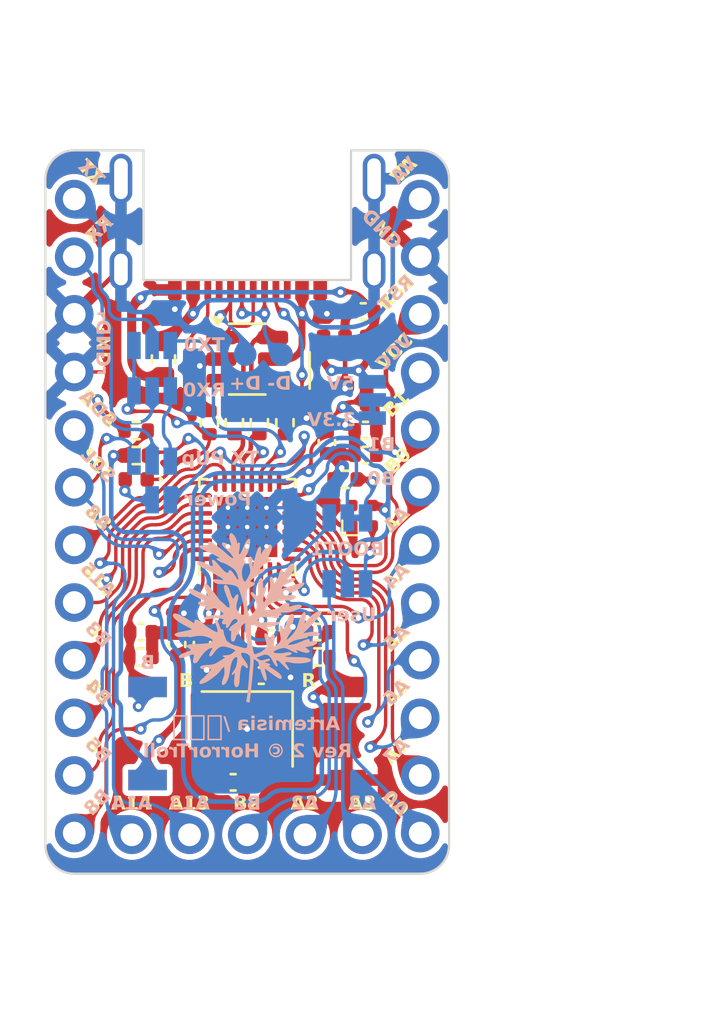
<source format=kicad_pcb>
(kicad_pcb (version 20240108) (generator "pcbnew") (generator_version "8.0")
  (title_block (title "Artemisia") (date "2024-04-25") (rev "2") (comment 1 "Copyright © 2024 HorrorTroll") (comment 2 "GPL2 License"))
  (layers (0 "F.Cu" signal) (31 "B.Cu" signal) (34 "B.Paste" user) (35 "F.Paste" user) (36 "B.SilkS" user "B.Silkscreen") (37 "F.SilkS" user "F.Silkscreen") (38 "B.Mask" user) (39 "F.Mask" user) (44 "Edge.Cuts" user))
  (net 0 "")
  (net 1 "GND")
  (net 2 "XTAL1")
  (net 3 "NRST")
  (net 4 "+5V")
  (net 5 "/DM")
  (net 6 "/DP")
  (net 7 "XTAL2")
  (net 8 "D-")
  (net 9 "D+")
  (net 10 "+3V3")
  (net 11 "BOOT0")
  (net 14 "USART2_TX{slash}A2")
  (net 15 "I2C1_SDA{slash}B7")
  (net 16 "I2C1_SCL{slash}B6")
  (net 17 "BOOT1{slash}B2")
  (net 18 "USART1_RX{slash}A10")
  (net 19 "A15")
  (net 20 "B3")
  (net 21 "B4")
  (net 22 "B5")
  (net 23 "SWCLK{slash}A14")
  (net 24 "SWDIO{slash}A13")
  (net 25 "B8")
  (net 26 "A8")
  (net 27 "B1")
  (net 28 "B0")
  (net 29 "A4")
  (net 30 "A1")
  (net 31 "A0")
  (net 32 "SPI1_SCK{slash}A5")
  (net 33 "SPI1_MISO{slash}A6")
  (net 34 "SPI1_MOSI{slash}A7")
  (net 35 "VBUS")
  (net 36 "/RST")
  (net 37 "Net-(USB1-CC1)")
  (net 38 "Net-(USB1-CC2)")
  (net 40 "Net-(D1-A)")
  (net 41 "B2")
  (net 42 "Net-(JP2-A)")
  (net 43 "D1")
  (net 44 "USART2_RX")
  (net 45 "Net-(JP1-A)")
  (net 46 "A3")
  (net 49 "D0")
  (net 50 "USART1_TX{slash}A9")
  (net 51 "Net-(JP4-C)")
  (net 52 "VCC")
  (net 53 "Net-(JP5-B)")
  (footprint "Capacitor_SMD:C_0402_1005Metric" (layer "F.Cu") (at 8.27 27.85)
    (property "Reference" "C1" (hide yes))
    (property "Value" "22p")
  )
  (footprint "Resistor_SMD:R_0402_1005Metric" (layer "F.Cu") (at 4 12.35)
    (property "Reference" "R8" (hide yes))
    (property "Value" "10k")
  )
  (footprint "Resistor_SMD:R_0402_1005Metric" (layer "F.Cu") (at 13.2 14.5 180)
    (property "Reference" "R7" (hide yes))
    (property "Value" "10k")
  )
  (footprint "Capacitor_SMD:C_0402_1005Metric" (layer "F.Cu") (at 10 21.5 180)
    (property "Reference" "C5" (hide yes))
    (property "Value" "100n")
  )
  (footprint "Package_TO_SOT_SMD:SOT-23-6" (layer "F.Cu") (at 8.89 9.2)
    (property "Reference" "ESD1" (hide yes))
    (property "Value" "SRV05-4")
  )
  (footprint "Capacitor_SMD:C_0402_1005Metric" (layer "F.Cu") (at 14 7.1)
    (property "Reference" "C8" (hide yes))
    (property "Value" "10u")
  )
  (footprint "Resistor_SMD:R_0402_1005Metric" (layer "F.Cu") (at 4.21 22.325 180)
    (property "Reference" "R6" (hide yes))
    (property "Value" "10k")
  )
  (footprint "Capacitor_SMD:C_0402_1005Metric" (layer "F.Cu") (at 14.1 12.325 180)
    (property "Reference" "C9" (hide yes))
    (property "Value" "10u")
  )
  (footprint "Capacitor_SMD:C_0402_1005Metric" (layer "F.Cu") (at 12.4 12.875 90)
    (property "Reference" "C4" (hide yes))
    (property "Value" "100n")
  )
  (footprint "HorrorTroll_lib:USB-C-C168688" (layer "F.Cu") (at 8.903 -0.849526)
    (property "Reference" "USB1" (hide yes))
    (property "Value" "USB-C")
  )
  (footprint "Capacitor_SMD:C_0402_1005Metric" (layer "F.Cu") (at 4.21 21.225 180)
    (property "Reference" "C11" (hide yes))
    (property "Value" "100n")
  )
  (footprint "HorrorTroll_lib:Pinouts_Holes_01x05" (layer "F.Cu") (at 3.81 30.1625 90)
    (property "Reference" "J3" (hide yes))
    (property "Value" "Conn_01x05" (hide yes))
  )
  (footprint "Resistor_SMD:R_0402_1005Metric" (layer "F.Cu") (at 12 22.325)
    (property "Reference" "R11" (hide yes))
    (property "Value" "100R")
  )
  (footprint "HorrorTroll_lib:SW_SPST_Little_Turtle_2P_no_silk_reversible" (layer "F.Cu") (at 4.5 25.7 -90)
    (property "Reference" "SW2" (hide yes))
    (property "Value" "BOOT0")
  )
  (footprint "Artery_MCU:QFN-32_4x4mm_ThermalVias" (layer "F.Cu") (at 8.89 16.6 90)
    (property "Reference" "U1" (hide yes))
    (property "Value" "AT32F415KxU7-4" (hide yes))
  )
  (footprint "HorrorTroll_lib:SOT-23-5_custom" (layer "F.Cu") (at 13.2 9.7 -90)
    (property "Reference" "RG1" (hide yes))
    (property "Value" "XC6220B331MR")
  )
  (footprint "Fuse:Fuse_0603_1608Metric" (layer "F.Cu") (at 5.2 9.2 -90)
    (property "Reference" "F1" (hide yes))
    (property "Value" "1000mA")
  )
  (footprint "HorrorTroll_lib:SW_SPST_Little_Turtle_2P_no_silk" (layer "F.Cu") (at 13.28 25.7 -90)
    (property "Reference" "SW1" (hide yes))
    (property "Value" "RESET")
  )
  (footprint "Capacitor_SMD:C_0402_1005Metric" (layer "F.Cu") (at 5.8 21.775 -90)
    (property "Reference" "C3" (hide yes))
    (property "Value" "100n")
  )
  (footprint "Capacitor_SMD:C_0402_1005Metric" (layer "F.Cu") (at 9.51 23.15)
    (property "Reference" "C7" (hide yes))
    (property "Value" "22p")
  )
  (footprint "HorrorTroll_lib:LED_SK6805_EC15_1.5x1.5mm" (layer "F.Cu") (at 13.95 16.1 90)
    (property "Reference" "LED1" (hide yes))
    (property "Value" "SK6805-EC15" (hide yes))
  )
  (footprint "Capacitor_SMD:C_0402_1005Metric" (layer "F.Cu") (at 14.1 13.425)
    (property "Reference" "C2" (hide yes))
    (property "Value" "4.7u")
  )
  (footprint "Capacitor_SMD:C_0402_1005Metric" (layer "F.Cu") (at 6.9 21.775 90)
    (property "Reference" "C6" (hide yes))
    (property "Value" "1u")
  )
  (footprint "Crystal:Crystal_SMD_3225-4Pin_3.2x2.5mm" (layer "F.Cu") (at 8.89 25.5 180)
    (property "Reference" "Y1" (hide yes))
    (property "Value" "12MHz")
  )
  (footprint "Resistor_SMD:R_0402_1005Metric" (layer "F.Cu") (at 8.325 12 90)
    (property "Reference" "R1" (hide yes))
    (property "Value" "22R")
  )
  (footprint "Capacitor_SMD:C_0402_1005Metric" (layer "F.Cu") (at 12 21.225)
    (property "Reference" "C10" (hide yes))
    (property "Value" "100n")
  )
  (footprint "Resistor_SMD:R_0402_1005Metric" (layer "F.Cu") (at 7.225 12 -90)
    (property "Reference" "R4" (hide yes))
    (property "Value" "5.1k")
  )
  (footprint "LED_SMD:LED_0402_1005Metric" (layer "F.Cu") (at 4 14.5 180)
    (property "Reference" "D1" (hide yes))
    (property "Value" "Power_LED")
  )
  (footprint "Resistor_SMD:R_0402_1005Metric" (layer "F.Cu") (at 9.425 12 90)
    (property "Reference" "R2" (hide yes))
    (property "Value" "22R")
  )
  (footprint "Resistor_SMD:R_0402_1005Metric" (layer "F.Cu") (at 10.55 12 90)
    (property "Reference" "R3" (hide yes))
    (property "Value" "5.1k")
  )
  (footprint "HorrorTroll_lib:Pinouts_Holes_01x12_flip" (layer "F.Cu") (at 1.27 2.1463)
    (property "Reference" "J1" (hide yes))
    (property "Value" "Conn_01x12" (hide yes))
  )
  (footprint "Resistor_SMD:R_0402_1005Metric" (layer "F.Cu") (at 4 13.45)
    (property "Reference" "R5" (hide yes))
    (property "Value" "5.1k")
  )
  (footprint "HorrorTroll_lib:Artemisia_silkscreen_new" (layer "B.Cu") (at 8.89 20.6 180)
    (property "Reference" "G***" (hide yes))
    (property "Value" "LOGO" (hide yes))
  )
  (footprint "HorrorTroll_lib:TestPoint_Pad_D1.0mm_no_silk" (layer "B.Cu") (at 8.8 9 180)
    (property "Reference" "TP2" (hide yes))
    (property "Value" "DP")
  )
  (footprint "HorrorTroll_lib:Pinouts_Holes_01x12" (layer "B.Cu") (at 16.51 2.1463 180)
    (property "Reference" "J2" (hide yes))
    (property "Value" "Conn_01x12" (hide yes))
  )
  (footprint "HorrorTroll_lib:SolderJumper-3_Open_Small" (layer "B.Cu") (at 13.3 19.1)
    (property "Reference" "JP5" (hide yes))
    (property "Value" "Jumper_LED2")
  )
  (footprint "HorrorTroll_lib:SolderJumper-3_Bridged_12_Small" (layer "B.Cu") (at 14.4 11 90)
    (property "Reference" "JP7" (hide yes))
    (property "Value" "Jumper_VCC")
  )
  (footprint "HorrorTroll_lib:SolderJumper-3_Bridged_12_Small" (layer "B.Cu") (at 13.3 16.2 180)
    (property "Reference" "JP2" (hide yes))
    (property "Value" "Jumper_BOOT")
  )
  (footprint "HorrorTroll_lib:TestPoint_Pad_D1.0mm_no_silk" (layer "B.Cu") (at 10.4 9 180)
    (property "Reference" "TP1" (hide yes))
    (property "Value" "DM")
  )
  (footprint "HorrorTroll_lib:SolderJumper-3_Open_Small" (layer "B.Cu") (at 4.7 13.7 180)
    (property "Reference" "JP4" (hide yes))
    (property "Value" "Jumper_TX")
  )
  (footprint "HorrorTroll_lib:SolderJumper-3_Open_Small" (layer "B.Cu") (at 4.7 10.6 180)
    (property "Reference" "JP6" (hide yes))
    (property "Value" "Jumper_D1")
  )
  (footprint "HorrorTroll_lib:SolderJumper-3_Open_Small" (layer "B.Cu") (at 4.7 8.6 180)
    (property "Reference" "JP3" (hide yes))
    (property "Value" "Jumper_D0")
  )
  (footprint "HorrorTroll_lib:SolderJumper-2_Open_Small" (layer "B.Cu") (at 5.1 15.4 180)
    (property "Reference" "JP1" (hide yes))
    (property "Value" "Jumper_LED" (hide yes))
  )
  (gr_line (start 2.35 7.2) (end 2.575 7.2) (stroke (width 0.12)) (layer "B.SilkS"))
  (gr_line (start 2.6 9.8) (end 2.35 9.8) (stroke (width 0.12)) (layer "B.SilkS"))
  (gr_line (start 2.6 9.575) (end 2.6 9.8) (stroke (width 0.12)) (layer "B.SilkS"))
  (gr_line (start 2.575 7.2) (end 2.575 7.45) (stroke (width 0.12)) (layer "B.SilkS"))
  (gr_line (start 2.6 9.575) (end 2.6 9.8) (stroke (width 0.12)) (layer "F.SilkS"))
  (gr_line (start 2.35 7.2) (end 2.575 7.2) (stroke (width 0.12)) (layer "F.SilkS"))
  (gr_line (start 2.6 9.8) (end 2.35 9.8) (stroke (width 0.12)) (layer "F.SilkS"))
  (gr_line (start 2.575 7.2) (end 2.575 7.45) (stroke (width 0.12)) (layer "F.SilkS"))
  (gr_line (start 0 1.27) (end 0 30.607) (stroke (width 0.1)) (layer "Edge.Cuts"))
  (gr_arc (start 16.51 0) (mid 17.408025 0.371974) (end 17.78 1.27) (stroke (width 0.1)) (layer "Edge.Cuts"))
  (gr_line (start 13.462 5.7116) (end 4.318 5.7116) (stroke (width 0.1)) (layer "Edge.Cuts"))
  (gr_arc (start 1.27 31.877) (mid 0.371973 31.505026) (end 0 30.607) (stroke (width 0.1)) (layer "Edge.Cuts"))
  (gr_arc (start 0 1.27) (mid 0.371974 0.371975) (end 1.27 0) (stroke (width 0.1)) (layer "Edge.Cuts"))
  (gr_line (start 17.78 1.27) (end 17.78 30.607) (stroke (width 0.1)) (layer "Edge.Cuts"))
  (gr_line (start 4.318 5.7116) (end 4.318 0) (stroke (width 0.1)) (layer "Edge.Cuts"))
  (gr_line (start 13.462 0) (end 16.51 0) (stroke (width 0.1)) (layer "Edge.Cuts"))
  (gr_line (start 1.27 0) (end 4.318 0) (stroke (width 0.1)) (layer "Edge.Cuts"))
  (gr_line (start 1.27 31.877) (end 16.51 31.877) (stroke (width 0.1)) (layer "Edge.Cuts"))
  (gr_line (start 13.462 0) (end 13.462 5.7116) (stroke (width 0.1)) (layer "Edge.Cuts"))
  (gr_arc (start 17.78 30.607) (mid 17.408024 31.505023) (end 16.51 31.877) (stroke (width 0.1)) (layer "Edge.Cuts"))
  (gr_text "GND" (at 2.5 8.5 270) (layer "B.SilkS") (effects (font (size 0.6 0.6) (thickness 0.12) (bold yes)) (justify mirror)))
  (gr_text "B4" (at 2.3 23.9 315) (layer "B.SilkS") (effects (font (size 0.6 0.6) (thickness 0.12) (bold yes)) (justify mirror)))
  (gr_text "A5" (at 15.48 21.5 45) (layer "B.SilkS") (effects (font (size 0.6 0.6) (thickness 0.12) (bold yes)) (justify mirror)))
  (gr_text "TX" (at 2 1 315) (layer "B.SilkS") (effects (font (size 0.6 0.6) (thickness 0.12) (bold yes)) (justify mirror)))
  (gr_text "B" (at 4.5 22.6 0) (layer "B.SilkS") (effects (font (size 0.6 0.6) (thickness 0.12) (bold yes)) (justify mirror)))
  (gr_text "3.3V" (at 12.6 11.9 0) (layer "B.SilkS") (effects (font (size 0.6 0.6) (thickness 0.12) (bold yes)) (justify mirror)))
  (gr_text "Power" (at 7.6 15.4 0) (layer "B.SilkS") (effects (font (size 0.6 0.6) (thickness 0.12) (bold yes)) (justify mirror)))
  (gr_text "A14" (at 3.8 28.8 0) (layer "B.SilkS") (effects (font (size 0.6 0.6) (thickness 0.12) (bold yes)) (justify mirror)))
  (gr_text "A7" (at 15.48 26.5 45) (layer "B.SilkS") (effects (font (size 0.6 0.6) (thickness 0.12) (bold yes)) (justify mirror)))
  (gr_text "BOOT1" (at 13.3 17.6 0) (layer "B.SilkS") (effects (font (size 0.6 0.6) (thickness 0.12) (bold yes)) (justify mirror)))
  (gr_text "A13" (at 6.34 28.8 0) (layer "B.SilkS") (effects (font (size 0.6 0.6) (thickness 0.12) (bold yes)) (justify mirror)))
  (gr_text "A8" (at 2.3 16.2 315) (layer "B.SilkS") (effects (font (size 0.6 0.6) (thickness 0.12) (bold yes)) (justify mirror)))
  (gr_text "Artemisia /" (at 10.41 25.3 0) (layer "B.SilkS") (effects (font (size 0.6 0.6) (thickness 0.12) (bold yes)) (justify mirror)))
  (gr_text "TX0" (at 7 8.6 0) (layer "B.SilkS") (effects (font (size 0.6 0.6) (thickness 0.12) (bold yes)) (justify mirror)))
  (gr_text "SDA" (at 2.3 11.4 315) (layer "B.SilkS") (effects (font (size 0.6 0.6) (thickness 0.12) (bold yes)) (justify mirror)))
  (gr_text "RX0" (at 7 10.6 0) (layer "B.SilkS") (effects (font (size 0.6 0.6) (thickness 0.12) (bold yes)) (justify mirror)))
  (gr_text "B2" (at 8.88 28.8 0) (layer "B.SilkS") (effects (font (size 0.6 0.6) (thickness 0.12) (bold yes)) (justify mirror)))
  (gr_text "A3" (at 13.96 28.8 0) (layer "B.SilkS") (effects (font (size 0.6 0.6) (thickness 0.12) (bold yes)) (justify mirror)))
  (gr_text "RX" (at 2.4 3.5 45) (layer "B.SilkS") (effects (font (size 0.6 0.6) (thickness 0.12) (bold yes)) (justify mirror)))
  (gr_text "SCL" (at 2.3 13.9 315) (layer "B.SilkS") (effects (font (size 0.6 0.6) (thickness 0.12) (bold yes)) (justify mirror)))
  (gr_text "D+" (at 8.8 10.3 0) (layer "B.SilkS") (effects (font (size 0.6 0.6) (thickness 0.12) (bold yes)) (justify mirror)))
  (gr_text "B3" (at 2.3 21.35 315) (layer "B.SilkS") (effects (font (size 0.6 0.6) (thickness 0.12) (bold yes)) (justify mirror)))
  (gr_text "B0" (at 14.8 14.5 0) (layer "B.SilkS") (effects (font (size 0.6 0.6) (thickness 0.12) (bold yes)) (justify mirror)))
  (gr_text "D-" (at 10.3 10.3 0) (layer "B.SilkS") (effects (font (size 0.6 0.6) (thickness 0.12) (bold yes)) (justify mirror)))
  (gr_text "VA" (at 15.8 0.9 45) (layer "B.SilkS") (effects (font (size 0.6 0.6) (thickness 0.12) (bold yes)) (justify mirror)))
  (gr_text "VCC" (at 15.4 8.9 45) (layer "B.SilkS") (effects (font (size 0.6 0.6) (thickness 0.12) (bold yes)) (justify mirror)))
  (gr_text "User" (at 13.5 20.5 0) (layer "B.SilkS") (effects (font (size 0.6 0.6) (thickness 0.12) (bold yes)) (justify mirror)))
  (gr_text "B8" (at 2.3 28.75 45) (layer "B.SilkS") (effects (font (size 0.6 0.6) (thickness 0.12) (bold yes)) (justify mirror)))
  (gr_text "TX PUp" (at 7.7 13.6 0) (layer "B.SilkS") (effects (font (size 0.6 0.6) (thickness 0.12) (bold yes)) (justify mirror)))
  (gr_text "A15" (at 2.3 18.95 315) (layer "B.SilkS") (effects (font (size 0.6 0.6) (thickness 0.12) (bold yes)) (justify mirror)))
  (gr_text "5V" (at 13 10.299999 0) (layer "B.SilkS") (effects (font (size 0.6 0.6) (thickness 0.12) (bold yes)) (justify mirror)))
  (gr_text "B1" (at 14.8 13 0) (layer "B.SilkS") (effects (font (size 0.6 0.6) (thickness 0.12) (bold yes)) (justify mirror)))
  (gr_text "Rev 2 © HorrorTroll" (at 8.9 26.5 0) (layer "B.SilkS") (effects (font (size 0.6 0.6) (thickness 0.12) (bold yes)) (justify mirror)))
  (gr_text "B5" (at 2.3 26.45 315) (layer "B.SilkS") (effects (font (size 0.6 0.6) (thickness 0.12) (bold yes)) (justify mirror)))
  (gr_text "A2" (at 11.42 28.8 0) (layer "B.SilkS") (effects (font (size 0.6 0.6) (thickness 0.12) (bold yes)) (justify mirror)))
  (gr_text "ヨモギ" (at 6.7 25.4 0) (layer "B.SilkS") (effects (font (size 0.9 0.9) (thickness 0.15) (bold yes)) (justify mirror)))
  (gr_text "A1" (at 15.48 16.3 45) (layer "B.SilkS") (effects (font (size 0.6 0.6) (thickness 0.12) (bold yes)) (justify mirror)))
  (gr_text "A6" (at 15.48 23.9 45) (layer "B.SilkS") (effects (font (size 0.6 0.6) (thickness 0.12) (bold yes)) (justify mirror)))
  (gr_text "GND" (at 14.8 3.5 -45) (layer "B.SilkS") (effects (font (size 0.6 0.6) (thickness 0.12) (bold yes)) (justify mirror)))
  (gr_text "A0" (at 15.4 28.8 315) (layer "B.SilkS") (effects (font (size 0.6 0.6) (thickness 0.12) (bold yes)) (justify mirror)))
  (gr_text "A4" (at 15.48 18.8 45) (layer "B.SilkS") (effects (font (size 0.6 0.6) (thickness 0.12) (bold yes)) (justify mirror)))
  (gr_text "RST" (at 15.48 6.3 45) (layer "B.SilkS") (effects (font (size 0.6 0.6) (thickness 0.12) (bold yes)) (justify mirror)))
  (gr_text "VCC" (at 15.4 8.9 45) (layer "F.SilkS") (effects (font (size 0.6 0.6) (thickness 0.12) (bold yes))))
  (gr_text "SDA" (at 2.3 11.4 315) (layer "F.SilkS") (effects (font (size 0.6 0.6) (thickness 0.12) (bold yes))))
  (gr_text "B0" (at 15.55 13.7 45) (layer "F.SilkS") (effects (font (size 0.6 0.6) (thickness 0.12) (bold yes))))
  (gr_text "RX" (at 2.4 3.5 45) (layer "F.SilkS") (effects (font (size 0.6 0.6) (thickness 0.12) (bold yes))))
  (gr_text "B8" (at 2.3 28.75 45) (layer "F.SilkS") (effects (font (size 0.6 0.6) (thickness 0.12) (bold yes))))
  (gr_text "B2" (at 8.88 28.8 0) (layer "F.SilkS") (effects (font (size 0.6 0.6) (thickness 0.12) (bold yes))))
  (gr_text "VA" (at 15.8 0.9 45) (layer "F.SilkS") (effects (font (size 0.6 0.6) (thickness 0.12) (bold yes))))
  (gr_text "A2" (at 11.42 28.8 0) (layer "F.SilkS") (effects (font (size 0.6 0.6) (thickness 0.12) (bold yes))))
  (gr_text "A0" (at 15.4 28.8 -45) (layer "F.SilkS") (effects (font (size 0.6 0.6) (thickness 0.12) (bold yes))))
  (gr_text "GND" (at 2.5 8.5 270) (layer "F.SilkS") (effects (font (size 0.6 0.6) (thickness 0.12) (bold yes))))
  (gr_text "A13" (at 6.34 28.8 0) (layer "F.SilkS") (effects (font (size 0.6 0.6) (thickness 0.12) (bold yes))))
  (gr_text "A7" (at 15.48 26.5 45) (layer "F.SilkS") (effects (font (size 0.6 0.6) (thickness 0.12) (bold yes))))
  (gr_text "TX" (at 2 1 315) (layer "F.SilkS") (effects (font (size 0.6 0.6) (thickness 0.12) (bold yes))))
  (gr_text "A5" (at 15.48 21.5 45) (layer "F.SilkS") (effects (font (size 0.6 0.6) (thickness 0.12) (bold yes))))
  (gr_text "A3" (at 13.96 28.8 0) (layer "F.SilkS") (effects (font (size 0.6 0.6) (thickness 0.12) (bold yes))))
  (gr_text "A15" (at 2.3 18.95 315) (layer "F.SilkS") (effects (font (size 0.6 0.6) (thickness 0.12) (bold yes))))
  (gr_text "GND" (at 14.8 3.5 -45) (layer "F.SilkS") (effects (font (size 0.6 0.6) (thickness 0.12) (bold yes))))
  (gr_text "B3" (at 2.3 21.35 315) (layer "F.SilkS") (effects (font (size 0.6 0.6) (thickness 0.12) (bold yes))))
  (gr_text "B5" (at 2.3 26.45 315) (layer "F.SilkS") (effects (font (size 0.6 0.6) (thickness 0.12) (bold yes))))
  (gr_text "A14" (at 3.8 28.8 0) (layer "F.SilkS") (effects (font (size 0.6 0.6) (thickness 0.12) (bold yes))))
  (gr_text "A1" (at 15.48 16.3 45) (layer "F.SilkS") (effects (font (size 0.6 0.6) (thickness 0.12) (bold yes))))
  (gr_text "B" (at 6.2 23.4 0) (layer "F.SilkS") (effects (font (size 0.6 0.6) (thickness 0.12) (bold yes))))
  (gr_text "A6" (at 15.48 23.9 45) (layer "F.SilkS") (effects (font (size 0.6 0.6) (thickness 0.12) (bold yes))))
  (gr_text "R" (at 11.6 23.4 0) (layer "F.SilkS") (effects (font (size 0.6 0.6) (thickness 0.12) (bold yes))))
  (gr_text "RST" (at 15.48 6.3 45) (layer "F.SilkS") (effects (font (size 0.6 0.6) (thickness 0.12) (bold yes))))
  (gr_text "B4" (at 2.3 23.9 315) (layer "F.SilkS") (effects (font (size 0.6 0.6) (thickness 0.12) (bold yes))))
  (gr_text "A4" (at 15.48 18.8 45) (layer "F.SilkS") (effects (font (size 0.6 0.6) (thickness 0.12) (bold yes))))
  (gr_text "A8" (at 2.3 16.2 315) (layer "F.SilkS") (effects (font (size 0.6 0.6) (thickness 0.12) (bold yes))))
  (gr_text "SCL" (at 2.3 13.9 315) (layer "F.SilkS") (effects (font (size 0.6 0.6) (thickness 0.12) (bold yes))))
  (gr_text "B1" (at 15.48 11.2 45) (layer "F.SilkS") (effects (font (size 0.6 0.6) (thickness 0.12) (bold yes))))
  (segment (start 12.4 13.355) (end 12.405 13.355) (width 0.3) (layer "F.Cu") (net 1))
  (segment (start 12.4 7.2) (end 13.42 7.2) (width 0.4) (layer "F.Cu") (net 1))
  (segment (start 5.73 21.225) (end 5.8 21.295) (width 0.3) (layer "F.Cu") (net 1))
  (segment (start 5.8 20.844975) (end 5.8 21.295) (width 0.3) (layer "F.Cu") (net 1))
  (segment (start 6.3 11.4) (end 6.046446 11.146446) (width 0.15) (layer "F.Cu") (net 1))
  (segment (start 4.007107 10.707107) (end 3.578863 10.278863) (width 0.15) (layer "F.Cu") (net 1))
  (segment (start 9.99 27.373604) (end 9.99 26.35) (width 0.3) (layer "F.Cu") (net 1))
  (segment (start 12.4 13.355) (end 13.55 13.355) (width 0.3) (layer "F.Cu") (net 1))
  (segment (start 4.69 22.295) (end 4.72 22.325) (width 0.3) (layer "F.Cu") (net 1))
  (segment (start 11.146447 12.05) (end 11.113553 12.05) (width 0.2) (layer "F.Cu") (net 1))
  (segment (start 12.69 14.36) (end 13.05 14) (width 0.3) (layer "F.Cu") (net 1))
  (segment (start 9.99 26.35) (end 9.74 26.35) (width 0.2) (layer "F.Cu") (net 1))
  (segment (start 6.517158 12.017158) (end 7.01 12.51) (width 0.15) (layer "F.Cu") (net 1))
  (segment (start 5.692893 11) (end 4.714214 11) (width 0.15) (layer "F.Cu") (net 1))
  (segment (start 12.69 14.5) (end 12.69 14.36) (width 0.3) (layer "F.Cu") (net 1))
  (segment (start 7.7525 9.2) (end 7.307107 9.2) (width 0.4) (layer "F.Cu") (net 1))
  (segment (start 13.2 10.3) (end 13.2 10.5) (width 0.2) (layer "F.Cu") (net 1))
  (segment (start 6.953553 22.308553) (end 6.9 22.255) (width 0.3) (layer "F.Cu") (net 1))
  (segment (start 7.79 24.65) (end 8.04 24.65) (width 0.2) (layer "F.Cu") (net 1))
  (segment (start 2.341426 9.7663) (end 1.27 9.7663) (width 0.15) (layer "F.Cu") (net 1))
  (segment (start 3.328 5.250474) (end 3.2368 5.250474) (width 0.2) (layer "F.Cu") (net 1))
  (segment (start 13.167347 16.55) (end 13.5 16.55) (width 0.2) (layer "F.Cu") (net 1))
  (segment (start 12.821802 16.390851) (end 12.849149 16.418198) (width 0.2) (layer "F.Cu") (net 1))
  (segment (start 4.69 21.225) (end 4.69 22.295) (width 0.3) (layer "F.Cu") (net 1))
  (segment (start 12.405 13.355) (end 13.05 14) (width 0.3) (layer "F.Cu") (net 1))
  (segment (start 3.328 5.250474) (end 3.245826 5.250474) (width 0.2) (layer "F.Cu") (net 1))
  (segment (start 6.420779 13.5) (end 6.335895 13.5) (width 0.15) (layer "F.Cu") (net 1))
  (segment (start 13.497513 12.202513) (end 13.62 12.325) (width 0.3) (layer "F.Cu") (net 1))
  (segment (start 13.2 12.1) (end 13.250025 12.1) (width 0.3) (layer "F.Cu") (net 1))
  (segment (start 9.513604 27.85) (end 8.75 27.85) (width 0.3) (layer "F.Cu") (net 1))
  (segment (start 13.2 8.5625) (end 13.2 10.3) (width 0.2) (layer "F.Cu") (net 1))
  (segment (start 6.3 11.4) (end 6.312132 11.412132) (width 0.15) (layer "F.Cu") (net 1))
  (segment (start 9.831802 27.718198) (end 9.858198 27.691802) (width 0.3) (layer "F.Cu") (net 1))
  (segment (start 6.990685 13.261465) (end 6.986464 13.265686) (width 0.15) (layer "F.Cu") (net 1))
  (segment (start 13.2 7.627107) (end 13.2 8.5625) (width 0.4) (layer "F.Cu") (net 1))
  (segment (start 4.921682 14.5) (end 4.485 14.5) (width 0.15) (layer "F.Cu") (net 1))
  (segment (start 13.55 13.355) (end 13.62 13.425) (width 0.3) (layer "F.Cu") (net 1))
  (segment (start 11.5 11.8) (end 11.323223 11.976777) (width 0.2) (layer "F.Cu") (net 1))
  (segment (start 13.42 7.2) (end 13.52 7.1) (width 0.4) (layer "F.Cu") (net 1))
  (segment (start 12.249447 7.049447) (end 12.4 7.2) (width 0.4) (layer "F.Cu") (net 1))
  (segment (start 10.936776 12.123224) (end 10.55 12.51) (width 0.2) (layer "F.Cu") (net 1))
  (segment (start 7.01 12.51) (end 7.225 12.51) (width 0.15) (layer "F.Cu") (net 1))
  (segment (start 4.69 21.225) (end 5.73 21.225) (width 0.3) (layer "F.Cu") (net 1))
  (segment (start 7.1 22.662107) (end 7.1 22.9) (width 0.3) (layer "F.Cu") (net 1))
  (segment (start 7.225 12.51) (end 7.225 12.695779) (width 0.15) (layer "F.Cu") (net 1))
  (segment (start 10.065 23.225) (end 9.99 23.15) (width 0.2) (layer "F.Cu") (net 1))
  (segment (start 5.982341 13.646447) (end 5.275236 14.353553) (width 0.15) (layer "F.Cu") (net 1))
  (segment (start 10.48 21.5) (end 10.48 21.42) (width 0.4) (layer "F.Cu") (net 1))
  (segment (start 12.69 14.5) (end 12.69 16.072653) (width 0.2) (layer "F.Cu") (net 1))
  (segment (start 5.902513 20.597487) (end 6.1 20.4) (width 0.3) (layer "F.Cu") (net 1))
  (segment (start 13.62 13.425) (end 13.62 12.325) (width 0.3) (layer "F.Cu") (net 1))
  (segment (start 12.103 6.150474) (end 12.103 6.695893) (width 0.4) (layer "F.Cu") (net 1))
  (segment (start 11.051776 21.151776) (end 10.9 21) (width 0.4) (layer "F.Cu") (net 1))
  (segment (start 3.245826 5.250474) (end 1.27 7.2263) (width 0.2) (layer "F.Cu") (net 1))
  (segment (start 11.52 21.225) (end 11.228553 21.225) (width 0.4) (layer "F.Cu") (net 1))
  (segment (start 9.74 26.35) (end 8.89 25.5) (width 0.2) (layer "F.Cu") (net 1))
  (segment (start 13.52 7.1) (end 13.346446 7.273554) (width 0.4) (layer "F.Cu") (net 1))
  (segment (start 6.953553 9.346447) (end 6.8 9.5) (width 0.4) (layer "F.Cu") (net 1))
  (segment (start 8.04 24.65) (end 8.89 25.5) (width 0.2) (layer "F.Cu") (net 1))
  (segment (start 10.8 23.225) (end 10.065 23.225) (width 0.2) (layer "F.Cu") (net 1))
  (segment (start 6.4 11.624264) (end 6.4 11.734315) (width 0.15) (layer "F.Cu") (net 1))
  (segment (start 10.48 21.42) (end 10.9 21) (width 0.4) (layer "F.Cu") (net 1))
  (via (at 8.89 25.5) (size 0.5) (drill 0.25) (layers "F.Cu" "B.Cu") (net 1))
  (via (at 6.1 20.4) (size 0.5) (drill 0.25) (layers "F.Cu" "B.Cu") (net 1))
  (via (at 12.4 7.2) (size 0.5) (drill 0.25) (layers "F.Cu" "B.Cu") (net 1))
  (via (at 5.7 7) (size 0.5) (drill 0.25) (layers "F.Cu" "B.Cu") (net 1))
  (via (at 13.2 10.5) (size 0.5) (drill 0.25) (layers "F.Cu" "B.Cu") (net 1))
  (via (at 14.2 28.6) (size 0.5) (drill 0.25) (layers "F.Cu" "B.Cu") (net 1))
  (via (at 6.3 11.4) (size 0.5) (drill 0.25) (layers "F.Cu" "B.Cu") (net 1))
  (via (at 7.1 22.9) (size 0.5) (drill 0.25) (layers "F.Cu" "B.Cu") (net 1))
  (via (at 10.9 21) (size 0.5) (drill 0.25) (layers "F.Cu" "B.Cu") (net 1))
  (via (at 13.05 14) (size 0.5) (drill 0.25) (layers "F.Cu" "B.Cu") (net 1))
  (via (at 11.5 11.8) (size 0.5) (drill 0.25) (layers "F.Cu" "B.Cu") (net 1))
  (via (at 10.8 23.225) (size 0.5) (drill 0.25) (layers "F.Cu" "B.Cu") (net 1))
  (via (at 6.8 9.5) (size 0.5) (drill 0.25) (layers "F.Cu" "B.Cu") (net 1))
  (via (at 13.2 12.1) (size 0.5) (drill 0.25) (layers "F.Cu" "B.Cu") (net 1))
  (arc (start 3.578863 10.278863) (mid 3.011122 9.899511) (end 2.341426 9.7663) (width 0.15) (layer "F.Cu") (net 1))
  (arc (start 13.167347 16.55) (mid 12.995139 16.515746) (end 12.849149 16.418198) (width 0.2) (layer "F.Cu") (net 1))
  (arc (start 6.312132 11.412132) (mid 6.377164 11.509459) (end 6.4 11.624264) (width 0.15) (layer "F.Cu") (net 1))
  (arc (start 6.517158 12.017158) (mid 6.430449 11.887389) (end 6.4 11.734315) (width 0.15) (layer "F.Cu") (net 1))
  (arc (start 6.046446 11.146446) (mid 5.884234 11.03806) (end 5.692893 11) (width 0.15) (layer "F.Cu") (net 1))
  (arc (start 11.146447 12.05) (mid 11.242118 12.03097) (end 11.323223 11.976777) (width 0.2) (layer "F.Cu") (net 1))
  (arc (start 12.821802 16.390851) (mid 12.724254 16.244861) (end 12.69 16.072653) (width 0.2) (layer "F.Cu") (net 1))
  (arc (start 11.051776 21.151776) (mid 11.132882 21.205969) (end 11.228553 21.225) (width 0.4) (layer "F.Cu") (net 1))
  (arc (start 11.113553 12.05) (mid 11.017882 12.06903) (end 10.936776 12.123224) (width 0.2) (layer "F.Cu") (net 1))
  (arc (start 13.2 7.627107) (mid 13.23806 7.435766) (end 13.346446 7.273554) (width 0.4) (layer "F.Cu") (net 1))
  (arc (start 7.1 22.662107) (mid 7.06194 22.470765) (end 6.953553 22.308553) (width 0.3) (layer "F.Cu") (net 1))
  (arc (start 5.982341 13.646447) (mid 6.144553 13.53806) (end 6.335895 13.5) (width 0.15) (layer "F.Cu") (net 1))
  (arc (start 6.953553 9.346447) (mid 7.115765 9.23806) (end 7.307107 9.2) (width 0.4) (layer "F.Cu") (net 1))
  (arc (start 5.275236 14.353553) (mid 5.113024 14.46194) (end 4.921682 14.5) (width 0.15) (layer "F.Cu") (net 1))
  (arc (start 7.225 12.695779) (mid 7.164103 13.001926) (end 6.990685 13.261465) (width 0.15) (layer "F.Cu") (net 1))
  (arc (start 6.986464 13.265686) (mid 6.726925 13.439104) (end 6.420779 13.5) (width 0.15) (layer "F.Cu") (net 1))
  (arc (start 12.249447 7.049447) (mid 12.14106 6.887235) (end 12.103 6.695893) (width 0.4) (layer "F.Cu") (net 1))
  (arc (start 5.902513 20.597487) (mid 5.826642 20.711035) (end 5.8 20.844975) (width 0.3) (layer "F.Cu") (net 1))
  (arc (start 9.513604 27.85) (mid 9.685812 27.815746) (end 9.831802 27.718198) (width 0.3) (layer "F.Cu") (net 1))
  (arc (start 9.858198 27.691802) (mid 9.955746 27.545812) (end 9.99 27.373604) (width 0.3) (layer "F.Cu") (net 1))
  (arc (start 13.250025 12.1) (mid 13.383965 12.126642) (end 13.497513 12.202513) (width 0.3) (layer "F.Cu") (net 1))
  (arc (start 4.007107 10.707107) (mid 4.33153 10.92388) (end 4.714214 11) (width 0.15) (layer "F.Cu") (net 1))
  (segment (start 3.328 6.504952) (end 3.328 5.250474) (width 0.2) (layer "B.Cu") (net 1))
  (segment (start 5.450256 7.12548) (end 3.948528 7.12548) (width 0.2) (layer "B.Cu") (net 1))
  (segment (start 3.524264 6.949744) (end 3.503736 6.929216) (width 0.2) (layer "B.Cu") (net 1))
  (segment (start 5.7 7) (end 5.662388 7.037612) (width 0.2) (layer "B.Cu") (net 1))
  (segment (start 9.74 15.75) (end 11.135786 15.75) (width 0.15) (layer "B.Cu") (net 1))
  (segment (start 11.842893 15.457107) (end 12.947488 14.352512) (width 0.15) (layer "B.Cu") (net 1))
  (segment (start 13.05 14.105025) (end 13.05 14) (width 0.15) (layer "B.Cu") (net 1))
  (arc (start 5.450256 7.12548) (mid 5.565061 7.102644) (end 5.662388 7.037612) (width 0.2) (layer "B.Cu") (net 1))
  (arc (start 13.05 14.105025) (mid 13.023358 14.238964) (end 12.947488 14.352512) (width 0.15) (layer "B.Cu") (net 1))
  (arc (start 3.503736 6.929216) (mid 3.373672 6.734562) (end 3.328 6.504952) (width 0.2) (layer "B.Cu") (net 1))
  (arc (start 3.948528 7.12548) (mid 3.718918 7.079808) (end 3.524264 6.949744) (width 0.2) (layer "B.Cu") (net 1))
  (arc (start 11.135786 15.75) (mid 11.518469 15.67388) (end 11.842893 15.457107) (width 0.15) (layer "B.Cu") (net 1))
  (segment (start 7.367893 23.55) (end 6.982107 23.55) (width 0.15) (layer "F.Cu") (net 2))
  (segment (start 6.475 24.057107) (end 6.475 25.797183) (width 0.15) (layer "F.Cu") (net 2))
  (segment (start 7.743553 23.381447) (end 7.721446 23.403554) (width 0.15) (layer "F.Cu") (net 2))
  (segment (start 7.89 18.55) (end 7.89 23.027893) (width 0.15) (layer "F.Cu") (net 2))
  (segment (start 7.027817 26.35) (end 7.79 26.35) (width 0.15) (layer "F.Cu") (net 2))
  (segment (start 6.636092 26.186092) (end 6.638909 26.188909) (width 0.15) (layer "F.Cu") (net 2))
  (segment (start 6.628553 23.696447) (end 6.621446 23.703554) (width 0.15) (layer "F.Cu") (net 2))
  (segment (start 7.79 27.85) (end 7.79 26.35) (width 0.15) (layer "F.Cu") (net 2))
  (arc (start 6.475 25.797183) (mid 6.516866 26.007659) (end 6.636092 26.186092) (width 0.15) (layer "F.Cu") (net 2))
  (arc (start 7.743553 23.381447) (mid 7.85194 23.219235) (end 7.89 23.027893) (width 0.15) (layer "F.Cu") (net 2))
  (arc (start 7.367893 23.55) (mid 7.559234 23.51194) (end 7.721446 23.403554) (width 0.15) (layer "F.Cu") (net 2))
  (arc (start 6.982107 23.55) (mid 6.790765 23.58806) (end 6.628553 23.696447) (width 0.15) (layer "F.Cu") (net 2))
  (arc (start 6.475 24.057107) (mid 6.51306 23.865766) (end 6.621446 23.703554) (width 0.15) (layer "F.Cu") (net 2))
  (arc (start 7.027817 26.35) (mid 6.817341 26.308134) (end 6.638909 26.188909) (width 0.15) (layer "F.Cu") (net 2))
  (segment (start 8.69 18.55) (end 8.69 21.600051) (width 0.15) (layer "F.Cu") (net 3))
  (segment (start 12.48 21.295) (end 12.48 21.225) (width 0.2) (layer "F.Cu") (net 3))
  (segment (start 8.919974 22.119974) (end 8.895025 22.095025) (width 0.15) (layer "F.Cu") (net 3))
  (segment (start 11.49 22.325) (end 9.414949 22.325) (width 0.15) (layer "F.Cu") (net 3))
  (segment (start 11.49 22.325) (end 11.49 22.285) (width 0.2) (layer "F.Cu") (net 3))
  (segment (start 11.49 22.285) (end 12.48 21.295) (width 0.2) (layer "F.Cu") (net 3))
  (arc (start 8.69 21.600051) (mid 8.743284 21.867929) (end 8.895025 22.095025) (width 0.15) (layer "F.Cu") (net 3))
  (arc (start 9.414949 22.325) (mid 9.14707 22.271716) (end 8.919974 22.119974) (width 0.15) (layer "F.Cu") (net 3))
  (segment (start 13.919189 6.470151) (end 14.48 7.030962) (width 0.2) (layer "F.Cu") (net 4))
  (segment (start 4.034315 9.734315) (end 4.053186 9.753186) (width 0.4) (layer "F.Cu") (net 4))
  (segment (start 12.25 8.5625) (end 12.25 9.142893) (width 0.3) (layer "F.Cu") (net 4))
  (segment (start 14.48 7.030962) (end 14.48 7.1) (width 0.2) (layer "F.Cu") (net 4))
  (segment (start 4.618871 9.9875) (end 5.2 9.9875) (width 0.4) (layer "F.Cu") (net 4))
  (segment (start 14.48 7.1) (end 14.48 7.818286) (width 0.4) (layer "F.Cu") (net 4))
  (segment (start 14.187107 8.525393) (end 14.15 8.5625) (width 0.4) (layer "F.Cu") (net 4))
  (segment (start 14.003553 9.496447) (end 13.8 9.7) (width 0.3) (layer "F.Cu") (net 4))
  (segment (start 13 6.250481) (end 13.388859 6.250481) (width 0.2) (layer "F.Cu") (net 4))
  (segment (start 12.396447 9.496447) (end 12.6 9.7) (width 0.3) (layer "F.Cu") (net 4))
  (segment (start 3.8 7.21066) (end 3.8 9.168629) (width 0.4) (layer "F.Cu") (net 4))
  (segment (start 14.15 8.5625) (end 14.15 9.142893) (width 0.3) (layer "F.Cu") (net 4))
  (segment (start 4.2 6.5) (end 4.01967 6.68033) (width 0.4) (layer "F.Cu") (net 4))
  (via (at 13.8 9.7) (size 0.5) (drill 0.25) (layers "F.Cu" "B.Cu") (net 4))
  (via (at 4.2 6.5) (size 0.5) (drill 0.25) (layers "F.Cu" "B.Cu") (net 4))
  (via (at 13 6.250481) (size 0.5) (drill 0.25) (layers "F.Cu" "B.Cu") (net 4))
  (via (at 12.6 9.7) (size 0.5) (drill 0.25) (layers "F.Cu" "B.Cu") (net 4))
  (arc (start 14.003553 9.496447) (mid 14.11194 9.334235) (end 14.15 9.142893) (width 0.3) (layer "F.Cu") (net 4))
  (arc (start 13.388859 6.250481) (mid 13.675872 6.307571) (end 13.919189 6.470151) (width 0.2) (layer "F.Cu") (net 4))
  (arc (start 3.8 9.168629) (mid 3.860897 9.474776) (end 4.034315 9.734315) (width 0.4) (layer "F.Cu") (net 4))
  (arc (start 4.053186 9.753186) (mid 4.312725 9.926604) (end 4.618871 9.9875) (width 0.4) (layer "F.Cu") (net 4))
  (arc (start 4.01967 6.68033) (mid 3.85709 6.923647) (end 3.8 7.21066) (width 0.4) (layer "F.Cu") (net 4))
  (arc (start 12.396447 9.496447) (mid 12.28806 9.334235) (end 12.25 9.142893) (width 0.3) (layer "F.Cu") (net 4))
  (arc (start 14.48 7.818286) (mid 14.40388 8.200969) (end 14.187107 8.525393) (width 0.4) (layer "F.Cu") (net 4))
  (segment (start 13 6.250481) (end 4.656626 6.250481) (width 0.2) (layer "B.Cu") (net 4))
  (segment (start 12.6 9.7) (end 13.8 9.7) (width 0.3) (layer "B.Cu") (net 4))
  (segment (start 4.303072 6.396928) (end 4.2 6.5) (width 0.2) (layer "B.Cu") (net 4))
  (segment (start 14.4 10.2) (end 14.3 10.2) (width 0.3) (layer "B.Cu") (net 4))
  (segment (start 14.3 10.2) (end 13.8 9.7) (width 0.3) (layer "B.Cu") (net 4))
  (arc (start 4.303072 6.396928) (mid 4.465284 6.288541) (end 4.656626 6.250481) (width 0.2) (layer "B.Cu") (net 4))
  (segment (start 9.653 6.150474) (end 9.653 7.2) (width 0.15) (layer "F.Cu") (net 5))
  (segment (start 9.425 11.49) (end 9.215966 11.280966) (width 0.2) (layer "F.Cu") (net 5))
  (segment (start 8.653 6.150474) (end 8.653 7.2) (width 0.15) (layer "F.Cu") (net 5))
  (segment (start 9.536396 8.25) (end 10.0275 8.25) (width 0.2) (layer "F.Cu") (net 5))
  (segment (start 9.201322 8.398678) (end 9.218198 8.381802) (width 0.2) (layer "F.Cu") (net 5))
  (segment (start 9.653 7.668393) (end 9.653 7.2) (width 0.15) (layer "F.Cu") (net 5))
  (segment (start 10.0275 8.25) (end 9.799446 8.021946) (width 0.15) (layer "F.Cu") (net 5))
  (segment (start 9.06952 10.927413) (end 9.06952 8.716876) (width 0.2) (layer "F.Cu") (net 5))
  (via (at 9.653 7.2) (size 0.5) (drill 0.25) (layers "F.Cu" "B.Cu") (net 5))
  (via (at 8.653 7.2) (size 0.5) (drill 0.25) (layers "F.Cu" "B.Cu") (net 5))
  (arc (start 9.536396 8.25) (mid 9.364188 8.284254) (end 9.218198 8.381802) (width 0.2) (layer "F.Cu") (net 5))
  (arc (start 9.06952 8.716876) (mid 9.103774 8.544668) (end 9.201322 8.398678) (width 0.2) (layer "F.Cu") (net 5))
  (arc (start 9.06952 10.927413) (mid 9.10758 11.118754) (end 9.215966 11.280966) (width 0.2) (layer "F.Cu") (net 5))
  (arc (start 9.799446 8.021946) (mid 9.69106 7.859734) (end 9.653 7.668393) (width 0.15) (layer "F.Cu") (net 5))
  (segment (start 9.653 7.838786) (end 9.653 7.2) (width 0.15) (layer "B.Cu") (net 5))
  (segment (start 10.4 9) (end 9.945893 8.545893) (width 0.15) (layer "B.Cu") (net 5))
  (segment (start 9.653 7.2) (end 8.653 7.2) (width 0.15) (layer "B.Cu") (net 5))
  (arc (start 9.945893 8.545893) (mid 9.72912 8.22147) (end 9.653 7.838786) (width 0.15) (layer "B.Cu") (net 5))
  (segment (start 8.581802 8.381802) (end 8.588198 8.388198) (width 0.2) (layer "F.Cu") (net 6))
  (segment (start 8.153 7.428736) (end 8.153 7.642393) (width 0.15) (layer "F.Cu") (net 6))
  (segment (start 8.006553 7.995947) (end 7.7525 8.25) (width 0.15) (layer "F.Cu") (net 6))
  (segment (start 8.72 8.706396) (end 8.72 10.887893) (width 0.2) (layer "F.Cu") (net 6))
  (segment (start 9.051048 7.648952) (end 9.051952 7.648048) (width 0.15) (layer "F.Cu") (net 6))
  (segment (start 9.153 7.404096) (end 9.153 6.150474) (width 0.15) (layer "F.Cu") (net 6))
  (segment (start 8.153 6.639893) (end 8.153 7.428736) (width 0.15) (layer "F.Cu") (net 6))
  (segment (start 8.573553 11.241447) (end 8.325 11.49) (width 0.2) (layer "F.Cu") (net 6))
  (segment (start 8.153 6.639893) (end 8.153 6.150474) (width 0.15) (layer "F.Cu") (net 6))
  (segment (start 7.7 7.3) (end 8.006554 6.993446) (width 0.15) (layer "F.Cu") (net 6))
  (segment (start 8.474264 7.75) (end 8.807096 7.75) (width 0.15) (layer "F.Cu") (net 6))
  (segment (start 7.7525 8.25) (end 8.263604 8.25) (width 0.2) (layer "F.Cu") (net 6))
  (segment (start 8.240868 7.640868) (end 8.262132 7.662132) (width 0.15) (layer "F.Cu") (net 6))
  (via (at 7.7 7.3) (size 0.5) (drill 0.25) (layers "F.Cu" "B.Cu") (net 6))
  (arc (start 8.573553 11.241447) (mid 8.68194 11.079235) (end 8.72 10.887893) (width 0.2) (layer "F.Cu") (net 6))
  (arc (start 8.153 6.639893) (mid 8.11494 6.831234) (end 8.006554 6.993446) (width 0.15) (layer "F.Cu") (net 6))
  (arc (start 8.153 7.428736) (mid 8.175836 7.543541) (end 8.240868 7.640868) (width 0.15) (layer "F.Cu") (net 6))
  (arc (start 8.807096 7.75) (mid 8.939122 7.723739) (end 9.051048 7.648952) (width 0.15) (layer "F.Cu") (net 6))
  (arc (start 8.588198 8.388198) (mid 8.685746 8.534188) (end 8.72 8.706396) (width 0.2) (layer "F.Cu") (net 6))
  (arc (start 8.263604 8.25) (mid 8.435812 8.284254) (end 8.581802 8.381802) (width 0.2) (layer "F.Cu") (net 6))
  (arc (start 8.262132 7.662132) (mid 8.359459 7.727164) (end 8.474264 7.75) (width 0.15) (layer "F.Cu") (net 6))
  (arc (start 9.051952 7.648048) (mid 9.126739 7.536122) (end 9.153 7.404096) (width 0.15) (layer "F.Cu") (net 6))
  (arc (start 8.153 7.642393) (mid 8.11494 7.833735) (end 8.006553 7.995947) (width 0.15) (layer "F.Cu") (net 6))
  (segment (start 8.8 8.814214) (end 8.8 9) (width 0.15) (layer "B.Cu") (net 6))
  (segment (start 7.7 7.3) (end 8.507107 8.107107) (width 0.15) (layer "B.Cu") (net 6))
  (arc (start 8.507107 8.107107) (mid 8.72388 8.43153) (end 8.8 8.814214) (width 0.15) (layer "B.Cu") (net 6))
  (segment (start 9.03 24.047893) (end 9.03 23.15) (width 0.15) (layer "F.Cu") (net 7))
  (segment (start 8.690685 23.15) (end 9.03 23.15) (width 0.15) (layer "F.Cu") (net 7))
  (segment (start 9.425 24.65) (end 9.99 24.65) (width 0.15) (layer "F.Cu") (net 7))
  (segment (start 9.176447 24.401447) (end 9.425 24.65) (width 0.15) (layer "F.Cu") (net 7))
  (segment (start 8.407158 23.032158) (end 8.407843 23.032843) (width 0.15) (layer "F.Cu") (net 7))
  (segment (start 8.29 18.55) (end 8.29 22.749315) (width 0.15) (layer "F.Cu") (net 7))
  (arc (start 9.03 24.047893) (mid 9.06806 24.239235) (end 9.176447 24.401447) (width 0.15) (layer "F.Cu") (net 7))
  (arc (start 8.407843 23.032843) (mid 8.537612 23.119552) (end 8.690685 23.15) (width 0.15) (layer "F.Cu") (net 7))
  (arc (start 8.29 22.749315) (mid 8.320448 22.902389) (end 8.407158 23.032158) (width 0.15) (layer "F.Cu") (net 7))
  (segment (start 9.04952 13.037669) (end 9.04952 12.803553) (width 0.2) (layer "F.Cu") (net 8))
  (segment (start 8.69 14.65) (end 8.69 13.811403) (width 0.2) (layer "F.Cu") (net 8))
  (segment (start 9.23952 12.51) (end 9.425 12.51) (width 0.2) (layer "F.Cu") (net 8))
  (segment (start 9.122744 12.626776) (end 9.23952 12.51) (width 0.2) (layer "F.Cu") (net 8))
  (segment (start 8.836447 13.457849) (end 8.903074 13.391222) (width 0.2) (layer "F.Cu") (net 8))
  (arc (start 8.836447 13.457849) (mid 8.72806 13.620061) (end 8.69 13.811403) (width 0.2) (layer "F.Cu") (net 8))
  (arc (start 9.04952 13.037669) (mid 9.01146 13.22901) (end 8.903074 13.391222) (width 0.2) (layer "F.Cu") (net 8))
  (arc (start 9.04952 12.803553) (mid 9.06855 12.707882) (end 9.122744 12.626776) (width 0.2) (layer "F.Cu") (net 8))
  (segment (start 8.626776 12.626776) (end 8.51 12.51) (width 0.2) (layer "F.Cu") (net 9))
  (segment (start 8.29 14.65) (end 8.29 13.717107) (width 0.2) (layer "F.Cu") (net 9))
  (segment (start 8.7 12.892893) (end 8.7 12.803553) (width 0.2) (layer "F.Cu") (net 9))
  (segment (start 8.51 12.51) (end 8.325 12.51) (width 0.2) (layer "F.Cu") (net 9))
  (segment (start 8.436447 13.363553) (end 8.553554 13.246446) (width 0.2) (layer "F.Cu") (net 9))
  (arc (start 8.436447 13.363553) (mid 8.32806 13.525765) (end 8.29 13.717107) (width 0.2) (layer "F.Cu") (net 9))
  (arc (start 8.7 12.803553) (mid 8.68097 12.707882) (end 8.626776 12.626776) (width 0.2) (layer "F.Cu") (net 9))
  (arc (start 8.553554 13.246446) (mid 8.66194 13.084234) (end 8.7 12.892893) (width 0.2) (layer "F.Cu") (net 9))
  (segment (start 11.103553 14.296447) (end 10.896446 14.503554) (width 0.2) (layer "F.Cu") (net 10))
  (segment (start 3.49 13.45) (end 3 13.45) (width 0.3) (layer "F.Cu") (net 10))
  (segment (start 10.542893 14.65) (end 10.29 14.65) (width 0.2) (layer "F.Cu") (net 10))
  (segment (start 5.8 22.255) (end 5.95 22.405) (width 0.3) (layer "F.Cu") (net 10))
  (segment (start 4.5 27.75) (end 4.5 26.81066) (width 0.3) (layer "F.Cu") (net 10))
  (segment (start 12.4 12.207107) (end 12.4 12.395) (width 0.15) (layer "F.Cu") (net 10))
  (segment (start 7.053553 21.141447) (end 6.9 21.295) (width 0.3) (layer "F.Cu") (net 10))
  (segment (start 11.6 14.15) (end 11.457107 14.15) (width 0.2) (layer "F.Cu") (net 10))
  (segment (start 6.805 21.295) (end 5.845 22.255) (width 0.2) (layer "F.Cu") (net 10))
  (segment (start 7.49 18.55) (end 7.49 19.965025) (width 0.2) (layer "F.Cu") (net 10))
  (segment (start 11.7 13.302107) (end 11.7 13.925736) (width 0.15) (layer "F.Cu") (net 10))
  (segment (start 14.4 15.65) (end 14.542893 15.65) (width 0.3) (layer "F.Cu") (net 10))
  (segment (start 13.153553 11.246447) (end 13.1 11.3) (width 0.2) (layer "F.Cu") (net 10))
  (segment (start 5.95 22.405) (end 5.95 24.42868) (width 0.3) (layer "F.Cu") (net 10))
  (segment (start 12.505 12.395) (end 12.6 12.395) (width 0.15) (layer "F.Cu") (net 10))
  (segment (start 4.51 12.35) (end 4.51 12.43) (width 0.2) (layer "F.Cu") (net 10))
  (segment (start 7.387487 20.212513) (end 7.2 20.4) (width 0.2) (layer "F.Cu") (net 10))
  (segment (start 9.52 20.7) (end 9.52 21.5) (width 0.3) (layer "F.Cu") (net 10))
  (segment (start 4.51 12.43) (end 3.49 13.45) (width 0.2) (layer "F.Cu") (net 10))
  (segment (start 14.896447 15.796447) (end 14.95 15.85) (width 0.3) (layer "F.Cu") (net 10))
  (segment (start 13.680393 11.1) (end 13.507107 11.1) (width 0.2) (layer "F.Cu") (net 10))
  (segment (start 11.846447 12.948553) (end 12.4 12.395) (width 0.15) (layer "F.Cu") (net 10))
  (segment (start 5.845 22.255) (end 5.8 22.255) (width 0.2) (layer "F.Cu") (net 10))
  (segment (start 13.1 11.3) (end 12.546446 11.853554) (width 0.15) (layer "F.Cu") (net 10))
  (segment (start 9.280381 20.460381) (end 9.52 20.7) (width 0.2) (layer "F.Cu") (net 10))
  (segment (start 5.51066 25.48934) (end 5 26) (width 0.3) (layer "F.Cu") (net 10))
  (segment (start 14.58 13.425) (end 14.58 12.325) (width 0.3) (layer "F.Cu") (net 10))
  (segment (start 7.2 20.4) (end 7.2 20.787893) (width 0.3) (layer "F.Cu") (net 10))
  (segment (start 14.033947 10.953553) (end 14.15 10.8375) (width 0.2) (layer "F.Cu") (net 10))
  (segment (start 4.71967 26.28033) (end 5 26) (width 0.3) (layer "F.Cu") (net 10))
  (segment (start 14.58 12.325) (end 14.58 11.474607) (width 0.3) (layer "F.Cu") (net 10))
  (segment (start 14.433553 11.121053) (end 14.15 10.8375) (width 0.3) (layer "F.Cu") (net 10))
  (segment (start 6.9 21.295) (end 6.805 21.295) (width 0.2) (layer "F.Cu") (net 10))
  (segment (start 5.895 22.255) (end 5.8 22.255) (width 0.2) (layer "F.Cu") (net 10))
  (segment (start 9.09 18.55) (end 9.09 20.000761) (width 0.2) (layer "F.Cu") (net 10))
  (segment (start 11.612132 14.137868) (end 11.6 14.15) (width 0.15) (layer "F.Cu") (net 10))
  (via (at 5 26) (size 0.5) (drill 0.25) (layers "F.Cu" "B.Cu") (net 10))
  (via (at 14.95 15.85) (size 0.5) (drill 0.25) (layers "F.Cu" "B.Cu") (net 10))
  (via (at 13.1 11.3) (size 0.5) (drill 0.25) (layers "F.Cu" "B.Cu") (net 10))
  (via (at 3 13.45) (size 0.5) (drill 0.25) (layers "F.Cu" "B.Cu") (net 10))
  (via (at 7.2 20.4) (size 0.5) (drill 0.25) (layers "F.Cu" "B.Cu") (net 10))
  (via (at 9.52 20.7) (size 0.5) (drill 0.25) (layers "F.Cu" "B.Cu") (net 10))
  (via (at 11.6 14.15) (size 0.5) (drill 0.25) (layers "F.Cu" "B.Cu") (net 10))
  (arc (start 13.680393 11.1) (mid 13.871735 11.06194) (end 14.033947 10.953553) (width 0.2) (layer "F.Cu") (net 10))
  (arc (start 12.546446 11.853554) (mid 12.43806 12.015766) (end 12.4 12.207107) (width 0.15) (layer "F.Cu") (net 10))
  (arc (start 9.09 20.000761) (mid 9.139478 20.249506) (end 9.280381 20.460381) (width 0.2) (layer "F.Cu") (net 10))
  (arc (start 11.7 13.925736) (mid 11.677164 14.040541) (end 11.612132 14.137868) (width 0.15) (layer "F.Cu") (net 10))
  (arc (start 14.896447 15.796447) (mid 14.734235 15.68806) (end 14.542893 15.65) (width 0.3) (layer "F.Cu") (net 10))
  (arc (start 11.846447 12.948553) (mid 11.73806 13.110765) (end 11.7 13.302107) (width 0.15) (layer "F.Cu") (net 10))
  (arc (start 7.49 19.965025) (mid 7.463358 20.098965) (end 7.387487 20.212513) (width 0.2) (layer "F.Cu") (net 10))
  (arc (start 7.2 20.787893) (mid 7.16194 20.979235) (end 7.053553 21.141447) (width 0.3) (layer "F.Cu") (net 10))
  (arc (start 14.433553 11.121053) (mid 14.54194 11.283265) (end 14.58 11.474607) (width 0.3) (layer "F.Cu") (net 10))
  (arc (start 5.95 24.42868) (mid 5.835819 25.002705) (end 5.51066 25.48934) (width 0.3) (layer "F.Cu") (net 10))
  (arc (start 13.153553 11.246447) (mid 13.315765 11.13806) (end 13.507107 11.1) (width 0.2) (layer "F.Cu") (net 10))
  (arc (start 10.542893 14.65) (mid 10.734234 14.61194) (end 10.896446 14.503554) (width 0.2) (layer "F.Cu") (net 10))
  (arc (start 4.71967 26.28033) (mid 4.55709 26.523647) (end 4.5 26.81066) (width 0.3) (layer "F.Cu") (net 10))
  (arc (start 11.457107 14.15) (mid 11.265765 14.18806) (end 11.103553 14.296447) (width 0.2) (layer "F.Cu") (net 10))
  (segment (start 15.1 14.507107) (end 15.1 15.555025) (width 0.2) (layer "B.Cu") (net 10))
  (segment (start 9.73967 18.95033) (end 9.77033 18.91967) (width 0.2) (layer "B.Cu") (net 10))
  (segment (start 3.09038 16.607854) (end 3.116665 16.634139) (width 0.2) (layer "B.Cu") (net 10))
  (segment (start 2.9 13.674264) (end 2.9 16.148235) (width 0.2) (layer "B.Cu") (net 10))
  (segment (start 6.85096 15.4939) (end 6.85096 18.192382) (width 0.2) (layer "B.Cu") (net 10))
  (segment (start 4.69939 19.6) (end 4.476346 19.6) (width 0.2) (layer "B.Cu") (net 10))
  (segment (start 11.6 14.15) (end 12.490686 13.259314) (width 0.2) (layer "B.Cu") (net 10))
  (segment (start 3.663173 19.936827) (end 3.661347 19.938653) (width 0.2) (layer "B.Cu") (net 10))
  (segment (start 14.802513 14.002513) (end 14.953554 14.153554) (width 0.2) (layer "B.Cu") (net 10))
  (segment (start 5.91682 17.0149) (end 5.960579 17.058659) (width 0.2) (layer "B.Cu") (net 10))
  (segment (start 14.554594 13.9) (end 14.555025 13.9) (width 0.2) (layer "B.Cu") (net 10))
  (segment (start 13.402513 11.402513) (end 13.653554 11.653554) (width 0.3) (layer "B.Cu") (net 10))
  (segment (start 4.5 26.707107) (end 4.5 27.414214) (width 0.2) (layer "B.Cu") (net 10))
  (segment (start 3.576285 16.82452) (end 5.457201 16.82452) (width 0.2) (layer "B.Cu") (net 10))
  (segment (start 10.441794 14.575) (end 7.76986 14.575) (width 0.2) (layer "B.Cu") (net 10))
  (segment (start 11.149206 14.281802) (end 11.148901 14.282107) (width 0.2) (layer "B.Cu") (net 10))
  (segment (start 3.32452 20.751826) (end 3.32452 22.8351) (width 0.2) (layer "B.Cu") (net 10))
  (segment (start 10.30066 18.7) (end 10.385786 18.7) (width 0.2) (layer "B.Cu") (net 10))
  (segment (start 7.012052 18.581291) (end 7.038909 18.608148) (width 0.2) (layer "B.Cu") (net 10))
  (segment (start 12.297056 17.7) (end 13.027208 17.7) (width 0.2) (layer "B.Cu") (net 10))
  (segment (start 13.056371 13.025) (end 13.203248 13.025) (width 0.2) (layer "B.Cu") (net 10))
  (segment (start 3.236652 23.047232) (end 3.212868 23.071016) (width 0.2) (layer "B.Cu") (net 10))
  (segment (start 14.997487 15.802513) (end 14.95 15.85) (width 0.2) (layer "B.Cu") (net 10))
  (segment (start 13.768934 13.259315) (end 14.307107 13.797488) (width 0.2) (layer "B.Cu") (net 10))
  (segment (start 2.987868 13.512132) (end 3 13.5) (width 0.2) (layer "B.Cu") (net 10))
  (segment (start 15.1 16.572183) (end 15.1 16.103553) (width 0.2) (layer "B.Cu") (net 10))
  (segment (start 5.726264 19.173736) (end 5.724695 19.175305) (width 0.2) (layer "B.Cu") (net 10))
  (segment (start 13.1 11.3) (end 13.155025 11.3) (width 0.3) (layer "B.Cu") (net 10))
  (segment (start 4.5 27.414214) (end 4.5 27.75) (width 0.2) (layer "B.Cu") (net 10))
  (segment (start 6.15096 17.518279) (end 6.15096 18.148431) (width 0.2) (layer "B.Cu") (net 10))
  (segment (start 15.026776 15.926776) (end 14.95 15.85) (width 0.2) (layer "B.Cu") (net 10))
  (segment (start 9.52 20.7) (end 9.52 19.48066) (width 0.2) (layer "B.Cu") (net 10))
  (segment (start 11.092893 18.407107) (end 11.448528 18.051472) (width 0.2) (layer "B.Cu") (net 10))
  (segment (start 14.007107 11.8) (end 14.4 11.8) (width 0.3) (layer "B.Cu") (net 10))
  (segment (start 4.646447 26.353553) (end 5 26) (width 0.2) (layer "B.Cu") (net 10))
  (segment (start 14.911092 16.988908) (end 14.938909 16.961091) (width 0.2) (layer "B.Cu") (net 10))
  (segment (start 7.133464 14.838604) (end 7.114564 14.857504) (width 0.2) (layer "B.Cu") (net 10))
  (segment (start 3.76386 26.26386) (end 4.207107 26.707107) (width 0.2) (layer "B.Cu") (net 10))
  (segment (start 3.32452 24.564901) (end 3.32452 25.2032) (width 0.2) (layer "B.Cu") (net 10))
  (segment (start 3.212868 24.328985) (end 3.236652 24.352769) (width 0.2) (layer "B.Cu") (net 10))
  (segment (start 13.663604 17.436396) (end 13.686396 17.413604) (width 0.2) (layer "B.Cu") (net 10))
  (segment (start 11.6 14.15) (end 11.467404 14.15) (width 0.2) (layer "B.Cu") (net 10))
  (segment (start 14.322792 17.15) (end 14.522183 17.15) (width 0.2) (layer "B.Cu") (net 10))
  (segment (start 7.2 18.997056) (end 7.2 20.4) (width 0.2) (layer "B.Cu") (net 10))
  (segment (start 3.125 23.283148) (end 3.125 24.116853) (width 0.2) (layer "B.Cu") (net 10))
  (arc (start 11.148901 14.282107) (mid 10.824478 14.49888) (end 10.441794 14.575) (width 0.2) (layer "B.Cu") (net 10))
  (arc (start 14.307107 13.797488) (mid 14.420655 13.873358) (end 14.554594 13.9) (width 0.2) (layer "B.Cu") (net 10))
  (arc (start 11.149206 14.281802) (mid 11.295196 14.184254) (end 11.467404 14.15) (width 0.2) (layer "B.Cu") (net 10))
  (arc (start 5.960579 17.058659) (mid 6.101482 17.269534) (end 6.15096 17.518279) (width 0.2) (layer "B.Cu") (net 10))
  (arc (start 4.646447 26.353553) (mid 4.53806 26.515765) (end 4.5 26.707107) (width 0.2) (layer "B.Cu") (net 10))
  (arc (start 3.32452 22.8351) (mid 3.301684 22.949905) (end 3.236652 23.047232) (width 0.2) (layer "B.Cu") (net 10))
  (arc (start 9.52 19.48066) (mid 9.57709 19.193647) (end 9.73967 18.95033) (width 0.2) (layer "B.Cu") (net 10))
  (arc (start 15.1 15.555025) (mid 15.073358 15.688965) (end 14.997487 15.802513) (width 0.2) (layer "B.Cu") (net 10))
  (arc (start 2.987868 13.462132) (mid 2.922836 13.559459) (end 2.9 13.674264) (width 0.2) (layer "B.Cu") (net 10))
  (arc (start 3.116665 16.634139) (mid 3.32754 16.775042) (end 3.576285 16.82452) (width 0.2) (layer "B.Cu") (net 10))
  (arc (start 4.476346 19.6) (mid 4.03626 19.687539) (end 3.663173 19.936827) (width 0.2) (layer "B.Cu") (net 10))
  (arc (start 14.953554 14.153554) (mid 15.06194 14.315766) (end 15.1 14.507107) (width 0.2) (layer "B.Cu") (net 10))
  (arc (start 10.385786 18.7) (mid 10.768469 18.62388) (end 11.092893 18.407107) (width 0.2) (layer "B.Cu") (net 10))
  (arc (start 2.9 16.148235) (mid 2.949478 16.396979) (end 3.09038 16.607854) (width 0.2) (layer "B.Cu") (net 10))
  (arc (start 14.555025 13.9) (mid 14.688965 13.926642) (end 14.802513 14.002513) (width 0.2) (layer "B.Cu") (net 10))
  (arc (start 9.77033 18.91967) (mid 10.013647 18.75709) (end 10.30066 18.7) (width 0.2) (layer "B.Cu") (net 10))
  (arc (start 3.32452 24.564901) (mid 3.301684 24.450096) (end 3.236652 24.352769) (width 0.2) (layer "B.Cu") (net 10))
  (arc (start 6.15096 18.148431) (mid 6.040585 18.703322) (end 5.726264 19.173736) (width 0.2) (layer "B.Cu") (net 10))
  (arc (start 14.522183 17.15) (mid 14.732659 17.108134) (end 14.911092 16.988908) (width 0.2) (layer "B.Cu") (net 10))
  (arc (start 13.027208 17.7) (mid 13.371623 17.631492) (end 13.663604 17.436396) (width 0.2) (layer "B.Cu") (net 10))
  (arc (start 6.85096 15.4939) (mid 6.919468 15.149485) (end 7.114564 14.857504) (width 0.2) (layer "B.Cu") (net 10))
  (arc (start 13.155025 11.3) (mid 13.288965 11.326642) (end 13.402513 11.402513) (width 0.3) (layer "B.Cu") (net 10))
  (arc (start 12.297056 17.7) (mid 11.837836 17.791345) (end 11.448528 18.051472) (width 0.2) (layer "B.Cu") (net 10))
  (arc (start 14.007107 11.8) (mid 13.815766 11.76194) (end 13.653554 11.653554) (width 0.3) (layer "B.Cu") (net 10))
  (arc (start 13.203248 13.025) (mid 13.509395 13.085896) (end 13.768934 13.259315) (width 0.2) (layer "B.Cu") (net 10))
  (arc (start 3.661347 19.938653) (mid 3.412058 20.31174) (end 3.32452 20.751826) (width 0.2) (layer "B.Cu") (net 10))
  (arc (start 3.212868 24.328985) (mid 3.147836 24.231658) (end 3.125 24.116853) (width 0.2) (layer "B.Cu") (net 10))
  (arc (start 13.686396 17.413604) (mid 13.978377 17.218509) (end 14.322792 17.15) (width 0.2) (layer "B.Cu") (net 10))
  (arc (start 12.490686 13.259314) (mid 12.750225 13.085896) (end 13.056371 13.025) (width 0.2) (layer "B.Cu") (net 10))
  (arc (start 15.1 16.103553) (mid 15.08097 16.007882) (end 15.026776 15.926776) (width 0.2) (layer "B.Cu") (net 10))
  (arc (start 6.85096 18.192382) (mid 6.892826 18.402858) (end 7.012052 18.581291) (width 0.2) (layer "B.Cu") (net 10))
  (arc (start 7.038909 18.608148) (mid 7.158134 18.786581) (end 7.2 18.997056) (width 0.2) (layer "B.Cu") (net 10))
  (arc (start 15.1 16.572183) (mid 15.058134 16.782659) (end 14.938909 16.961091) (width 0.2) (layer "B.Cu") (net 10))
  (arc (start 5.457201 16.82452) (mid 5.705945 16.873998) (end 5.91682 17.0149) (width 0.2) (layer "B.Cu") (net 10))
  (arc (start 3.32452 25.2032) (mid 3.438701 25.777225) (end 3.76386 26.26386) (width 0.2) (layer "B.Cu") (net 10))
  (arc (start 3.212868 23.071016) (mid 3.147836 23.168343) (end 3.125 23.283148) (width 0.2) (layer "B.Cu") (net 10))
  (arc (start 5.724695 19.175305) (mid 5.254281 19.489625) (end 4.69939 19.6) (width 0.2) (layer "B.Cu") (net 10))
  (arc (start 7.76986 14.575) (mid 7.425445 14.643508) (end 7.133464 14.838604) (width 0.2) (layer "B.Cu") (net 10))
  (arc (start 4.5 27.414214) (mid 4.42388 27.031531) (end 4.207107 26.707107) (width 0.2) (layer "B.Cu") (net 10))
  (segment (start 3.73 21.225) (end 3.73 20.7896) (width 0.2) (layer "F.Cu") (net 11))
  (segment (start 4.353553 24.246447) (end 4.1 24.5) (width 0.3) (layer "F.Cu") (net 11))
  (segment (start 3.73 21.225) (end 3.73 22.295) (width 0.3) (layer "F.Cu") (net 11))
  (segment (start 6.146446 17.753554) (end 6.153553 17.746447) (width 0.2) (layer "F.Cu") (net 11))
  (segment (start 3.94967 20.25927) (end 4.540567 19.668373) (width 0.2) (layer "F.Cu") (net 11))
  (segment (start 5.247674 19.37548) (end 5.375992 19.37548) (width 0.2) (layer "F.Cu") (net 11))
  (segment (start 3.846447 22.996447) (end 4.5 23.65) (width 0.3) (layer "F.Cu") (net 11))
  (segment (start 5.800256 19.199744) (end 5.824264 19.175736) (width 0.2) (layer "F.Cu") (net 11))
  (segment (start 6 18.751472) (end 6 18.107107) (width 0.2) (layer "F.Cu") (net 11))
  (segment (start 6.507107 17.6) (end 6.94 17.6) (width 0.2) (layer "F.Cu") (net 11))
  (segment (start 4.5 23.65) (end 4.5 23.892893) (width 0.3) (layer "F.Cu") (net 11))
  (segment (start 3.73 22.295) (end 3.7 22.325) (width 0.3) (layer "F.Cu") (net 11))
  (segment (start 3.7 22.325) (end 3.7 22.642893) (width 0.3) (layer "F.Cu") (net 11))
  (via (at 4.1 24.5) (size 0.5) (drill 0.25) (layers "F.Cu" "B.Cu") (net 11))
  (arc (start 4.540567 19.668373) (mid 4.86499 19.4516) (end 5.247674 19.37548) (width 0.2) (layer "F.Cu") (net 11))
  (arc (start 5.800256 19.199744) (mid 5.605602 19.329808) (end 5.375992 19.37548) (width 0.2) (layer "F.Cu") (net 11))
  (arc (start 3.73 20.7896) (mid 3.78709 20.502587) (end 3.94967 20.25927) (width 0.2) (layer "F.Cu") (net 11))
  (arc (start 6.153553 17.746447) (mid 6.315765 17.63806) (end 6.507107 17.6) (width 0.2) (layer "F.Cu") (net 11))
  (arc (start 3.7 22.642893) (mid 3.73806 22.834235) (end 3.846447 22.996447) (width 0.3) (layer "F.Cu") (net 11))
  (arc (start 6 18.107107) (mid 6.03806 17.915766) (end 6.146446 17.753554) (width 0.2) (layer "F.Cu") (net 11))
  (arc (start 5.824264 19.175736) (mid 5.954328 18.981082) (end 6 18.751472) (width 0.2) (layer "F.Cu") (net 11))
  (arc (start 4.353553 24.246447) (mid 4.46194 24.084235) (end 4.5 23.892893) (width 0.3) (layer "F.Cu") (net 11))
  (segment (start 4.353553 24.246447) (end 4.1 24.5) (width 0.3) (layer "B.Cu") (net 11))
  (segment (start 4.5 23.65) (end 4.5 23.892893) (width 0.3) (layer "B.Cu") (net 11))
  (arc (start 4.353553 24.246447) (mid 4.46194 24.084235) (end 4.5 23.892893) (width 0.3) (layer "B.Cu") (net 11))
  (segment (start 10.436447 19.336447) (end 10.6 19.5) (width 0.15) (layer "F.Cu") (net 14))
  (segment (start 10.29 18.55) (end 10.29 18.982893) (width 0.15) (layer "F.Cu") (net 14))
  (via (at 10.6 19.5) (size 0.5) (drill 0.25) (layers "F.Cu" "B.Cu") (net 14))
  (arc (start 10.436447 19.336447) (mid 10.32806 19.174235) (end 10.29 18.982893) (width 0.15) (layer "F.Cu") (net 14))
  (segment (start 12.80096 28.17022) (end 12.80096 23.893785) (width 0.15) (layer "B.Cu") (net 14))
  (segment (start 10.6 19.696447) (end 10.6 19.5) (width 0.15) (layer "B.Cu") (net 14))
  (segment (start 12.61058 23.434166) (end 12.590861 23.414447) (width 0.15) (layer "B.Cu") (net 14))
  (segment (start 10.701776 19.901776) (end 10.673223 19.873223) (width 0.15) (layer "B.Cu") (net 14))
  (segment (start 11.43 30.1625) (end 12.36162 29.23088) (width 0.15) (layer "B.Cu") (net 14))
  (segment (start 11.186292 19.975) (end 10.878553 19.975) (width 0.15) (layer "B.Cu") (net 14))
  (segment (start 12.40048 22.954827) (end 12.40048 21.189188) (width 0.15) (layer "B.Cu") (net 14))
  (segment (start 12.107587 20.482081) (end 11.893399 20.267893) (width 0.15) (layer "B.Cu") (net 14))
  (arc (start 10.878553 19.975) (mid 10.782882 19.95597) (end 10.701776 19.901776) (width 0.15) (layer "B.Cu") (net 14))
  (arc (start 12.36162 29.23088) (mid 12.686779 28.744245) (end 12.80096 28.17022) (width 0.15) (layer "B.Cu") (net 14))
  (arc (start 11.893399 20.267893) (mid 11.568975 20.05112) (end 11.186292 19.975) (width 0.15) (layer "B.Cu") (net 14))
  (arc (start 12.590861 23.414447) (mid 12.449958 23.203572) (end 12.40048 22.954827) (width 0.15) (layer "B.Cu") (net 14))
  (arc (start 10.673223 19.873223) (mid 10.61903 19.792117) (end 10.6 19.696447) (width 0.15) (layer "B.Cu") (net 14))
  (arc (start 12.80096 23.893785) (mid 12.751482 23.645041) (end 12.61058 23.434166) (width 0.15) (layer "B.Cu") (net 14))
  (arc (start 12.40048 21.189188) (mid 12.32436 20.806505) (end 12.107587 20.482081) (width 0.15) (layer "B.Cu") (net 14))
  (segment (start 5.543678 18.456322) (end 5.531802 18.468198) (width 0.15) (layer "F.Cu") (net 15))
  (segment (start 5.67548 17.972687) (end 5.67548 18.138124) (width 0.15) (layer "F.Cu") (net 15))
  (segment (start 5.213604 18.6) (end 5 18.6) (width 0.15) (layer "F.Cu") (net 15))
  (segment (start 6.94 17.2) (end 6.55172 17.2) (width 0.15) (layer "F.Cu") (net 15))
  (segment (start 6.02139 17.41967) (end 5.821926 17.619134) (width 0.15) (layer "F.Cu") (net 15))
  (via (at 5 18.6) (size 0.5) (drill 0.25) (layers "F.Cu" "B.Cu") (net 15))
  (arc (start 5.543678 18.456322) (mid 5.641226 18.310332) (end 5.67548 18.138124) (width 0.15) (layer "F.Cu") (net 15))
  (arc (start 5.67548 17.972687) (mid 5.71354 17.781346) (end 5.821926 17.619134) (width 0.15) (layer "F.Cu") (net 15))
  (arc (start 6.55172 17.2) (mid 6.264707 17.25709) (end 6.02139 17.41967) (width 0.15) (layer "F.Cu") (net 15))
  (arc (start 5.213604 18.6) (mid 5.385812 18.565746) (end 5.531802 18.468198) (width 0.15) (layer "F.Cu") (net 15))
  (segment (start 1.27 12.97) (end 1.27 12.3063) (width 0.15) (layer "B.Cu") (net 15))
  (segment (start 5.228928 18.512132) (end 5.679993 18.061067) (width 0.15) (layer "B.Cu") (net 15))
  (segment (start 2.57548 16.179102) (end 2.57548 14.8968) (width 0.15) (layer "B.Cu") (net 15))
  (segment (start 5.426335 17.14904) (end 3.545418 17.14904) (width 0.15) (layer "B.Cu") (net 15))
  (segment (start 2.909022 16.885436) (end 2.839084 16.815498) (width 0.15) (layer "B.Cu") (net 15))
  (segment (start 5.709283 17.266303) (end 5.709178 17.266198) (width 0.15) (layer "B.Cu") (net 15))
  (segment (start 5.82644 17.707513) (end 5.82644 17.549145) (width 0.15) (layer "B.Cu") (net 15))
  (segment (start 2.13614 13.83614) (end 1.27 12.97) (width 0.15) (layer "B.Cu") (net 15))
  (segment (start 5 18.6) (end 5.016796 18.6) (width 0.15) (layer "B.Cu") (net 15))
  (arc (start 2.57548 16.179102) (mid 2.643988 16.523517) (end 2.839084 16.815498) (width 0.15) (layer "B.Cu") (net 15))
  (arc (start 5.016796 18.6) (mid 5.131601 18.577164) (end 5.228928 18.512132) (width 0.15) (layer "B.Cu") (net 15))
  (arc (start 5.82644 17.549145) (mid 5.795992 17.396072) (end 5.709283 17.266303) (width 0.15) (layer "B.Cu") (net 15))
  (arc (start 5.679993 18.061067) (mid 5.78838 17.898855) (end 5.82644 17.707513) (width 0.15) (layer "B.Cu") (net 15))
  (arc (start 5.709178 17.266198) (mid 5.579409 17.179489) (end 5.426335 17.14904) (width 0.15) (layer "B.Cu") (net 15))
  (arc (start 2.909022 16.885436) (mid 3.201003 17.080531) (end 3.545418 17.14904) (width 0.15) (layer "B.Cu") (net 15))
  (arc (start 2.57548 14.8968) (mid 2.461299 14.322775) (end 2.13614 13.83614) (width 0.15) (layer "B.Cu") (net 15))
  (segment (start 2.7 12.7) (end 2.546446 12.853554) (width 0.15) (layer "F.Cu") (net 16))
  (segment (start 2.18033 14.51967) (end 1.8537 14.8463) (width 0.15) (layer "F.Cu") (net 16))
  (segment (start 5.010367 17.8) (end 5 17.8) (width 0.15) (layer "F.Cu") (net 16))
  (segment (start 5.997804 17.01967) (end 5.36392 17.653554) (width 0.15) (layer "F.Cu") (net 16))
  (segment (start 2.4 13.207107) (end 2.4 13.98934) (width 0.15) (layer "F.Cu") (net 16))
  (segment (start 1.8537 14.8463) (end 1.27 14.8463) (width 0.15) (layer "F.Cu") (net 16))
  (segment (start 6.94 16.8) (end 6.528134 16.8) (width 0.15) (layer "F.Cu") (net 16))
  (via (at 2.7 12.7) (size 0.5) (drill 0.25) (layers "F.Cu" "B.Cu") (net 16))
  (via (at 5 17.8) (size 0.5) (drill 0.25) (layers "F.Cu" "B.Cu") (net 16))
  (arc (start 2.4 13.98934) (mid 2.34291 14.276353) (end 2.18033 14.51967) (width 0.15) (layer "F.Cu") (net 16))
  (arc (start 5.36392 17.653554) (mid 5.201708 17.76194) (end 5.010367 17.8) (width 0.15) (layer "F.Cu") (net 16))
  (arc (start 2.546446 12.853554) (mid 2.43806 13.015766) (end 2.4 13.207107) (width 0.15) (layer "F.Cu") (net 16))
  (arc (start 5.997804 17.01967) (mid 6.241121 16.85709) (end 6.528134 16.8) (width 0.15) (layer "F.Cu") (net 16))
  (segment (start 2.05629 15.63259) (end 1.27 14.8463) (width 0.15) (layer "B.Cu") (net 16))
  (segment (start 3.9 13.7) (end 3.9 13.369239) (width 0.15) (layer "B.Cu") (net 16))
  (segment (start 3.230761 12.7) (end 2.7 12.7) (width 0.15) (layer "B.Cu") (net 16))
  (segment (start 3.709619 12.909619) (end 3.69038 12.89038) (width 0.15) (layer "B.Cu") (net 16))
  (segment (start 5 17.8) (end 4.795006 17.595006) (width 0.15) (layer "B.Cu") (net 16))
  (segment (start 4.441453 17.44856) (end 3.524904 17.448559) (width 0.15) (layer "B.Cu") (net 16))
  (segment (start 2.27596 16.199614) (end 2.27596 16.16292) (width 0.15) (layer "B.Cu") (net 16))
  (segment (start 2.711732 17.111732) (end 2.612787 17.012787) (width 0.15) (layer "B.Cu") (net 16))
  (arc (start 2.612787 17.012787) (mid 2.363498 16.6397) (end 2.27596 16.199614) (width 0.15) (layer "B.Cu") (net 16))
  (arc (start 3.709619 12.909619) (mid 3.850522 13.120494) (end 3.9 13.369239) (width 0.15) (layer "B.Cu") (net 16))
  (arc (start 4.795006 17.595006) (mid 4.632794 17.48662) (end 4.441453 17.44856) (width 0.15) (layer "B.Cu") (net 16))
  (arc (start 2.27596 16.16292) (mid 2.21887 15.875907) (end 2.05629 15.63259) (width 0.15) (layer "B.Cu") (net 16))
  (arc (start 2.711732 17.111732) (mid 3.084818 17.361021) (end 3.524904 17.448559) (width 0.15) (layer "B.Cu") (net 16))
  (arc (start 3.69038 12.89038) (mid 3.479505 12.749478) (end 3.230761 12.7) (width 0.15) (layer "B.Cu") (net 16))
  (segment (start 11.452513 15.097487) (end 11.6 14.95) (width 0.15) (layer "F.Cu") (net 17))
  (segment (start 10.84 15.2) (end 11.205025 15.2) (width 0.15) (layer "F.Cu") (net 17))
  (via (at 11.6 14.95) (size 0.5) (drill 0.25) (layers "F.Cu" "B.Cu") (net 17))
  (arc (start 11.205025 15.2) (mid 11.338965 15.173358) (end 11.452513 15.097487) (width 0.15) (layer "F.Cu") (net 17))
  (segment (start 13.490381 14.709619) (end 13.50962 14.69038) (width 0.15) (layer "B.Cu") (net 17))
  (segment (start 12.425 13.950305) (end 12.425 13.959315) (width 0.15) (layer "B.Cu") (net 17))
  (segment (start 12.307843 14.242157) (end 11.6 14.95) (width 0.15) (layer "B.Cu") (net 17))
  (segment (start 12.713174 13.496446) (end 12.542158 13.667462) (width 0.15) (layer "B.Cu") (net 17))
  (segment (start 13.3 16.2) (end 13.3 15.169239) (width 0.15) (layer "B.Cu") (net 17))
  (segment (start 13.7 14.230761) (end 13.7 13.857107) (width 0.15) (layer "B.Cu") (net 17))
  (segment (start 13.553553 13.503553) (end 13.546446 13.496446) (width 0.15) (layer "B.Cu") (net 17))
  (segment (start 13.192893 13.35) (end 13.066727 13.35) (width 0.15) (layer "B.Cu") (net 17))
  (arc (start 13.7 13.857107) (mid 13.66194 13.665765) (end 13.553553 13.503553) (width 0.15) (layer "B.Cu") (net 17))
  (arc (start 13.546446 13.496446) (mid 13.384234 13.38806) (end 13.192893 13.35) (width 0.15) (layer "B.Cu") (net 17))
  (arc (start 12.425 13.959315) (mid 12.394552 14.112388) (end 12.307843 14.242157) (width 0.15) (layer "B.Cu") (net 17))
  (arc (start 13.3 15.169239) (mid 13.349478 14.920494) (end 13.490381 14.709619) (width 0.15) (layer "B.Cu") (net 17))
  (arc (start 13.066727 13.35) (mid 12.875386 13.38806) (end 12.713174 13.496446) (width 0.15) (layer "B.Cu") (net 17))
  (arc (start 12.542158 13.667462) (mid 12.455449 13.797231) (end 12.425 13.950305) (width 0.15) (layer "B.Cu") (net 17))
  (arc (start 13.50962 14.69038) (mid 13.650522 14.479505) (end 13.7 14.230761) (width 0.15) (layer "B.Cu") (net 17))
  (segment (start 3.824264 11.5) (end 4.98934 11.5) (width 0.15) (layer "F.Cu") (net 18))
  (segment (start 3.6 11.4) (end 3.612132 11.412132) (width 0.15) (layer "F.Cu") (net 18))
  (segment (start 5.51967 11.71967) (end 5.8 12) (width 0.15) (layer "F.Cu") (net 18))
  (segment (start 9.30967 13.59033) (end 9.6 13.3) (width 0.15) (layer "F.Cu") (net 18))
  (segment (start 9.09 14.65) (end 9.09 14.12066) (width 0.15) (layer "F.Cu") (net 18))
  (via (at 3.6 11.4) (size 0.5) (drill 0.25) (layers "F.Cu" "B.Cu") (net 18))
  (via (at 9.6 13.3) (size 0.5) (drill 0.25) (layers "F.Cu" "B.Cu") (net 18))
  (via (at 5.8 12) (size 0.5) (drill 0.25) (layers "F.Cu" "B.Cu") (net 18))
  (arc (start 3.824264 11.5) (mid 3.709459 11.477164) (end 3.612132 11.412132) (width 0.15) (layer "F.Cu") (net 18))
  (arc (start 9.09 14.12066) (mid 9.14709 13.833647) (end 9.30967 13.59033) (width 0.15) (layer "F.Cu") (net 18))
  (arc (start 4.98934 11.5) (mid 5.276353 11.55709) (end 5.51967 11.71967) (width 0.15) (layer "F.Cu") (net 18))
  (segment (start 3.9 10.6) (end 3.9 11.1) (width 0.15) (layer "B.Cu") (net 18))
  (segment (start 8.485786 12.6) (end 7.587074 12.6) (width 0.15) (layer "B.Cu") (net 18))
  (segment (start 7.056744 12.38033) (end 6.896084 12.21967) (width 0.15) (layer "B.Cu") (net 18))
  (segment (start 3.9 11.1) (end 3.6 11.4) (width 0.15) (layer "B.Cu") (net 18))
  (segment (start 6.365754 12) (end 5.8 12) (width 0.15) (layer "B.Cu") (net 18))
  (segment (start 3.9 8.6) (end 3.9 10.6) (width 0.15) (layer "B.Cu") (net 18))
  (segment (start 9.6 13.3) (end 9.192893 12.892893) (width 0.15) (layer "B.Cu") (net 18))
  (arc (start 7.587074 12.6) (mid 7.300061 12.54291) (end 7.056744 12.38033) (width 0.15) (layer "B.Cu") (net 18))
  (arc (start 9.192893 12.892893) (mid 8.86847 12.67612) (end 8.485786 12.6) (width 0.15) (layer "B.Cu") (net 18))
  (arc (start 6.896084 12.21967) (mid 6.652767 12.05709) (end 6.365754 12) (width 0.15) (layer "B.Cu") (net 18))
  (segment (start 3.108547 19.370695) (end 2.772612 19.70663) (width 0.15) (layer "F.Cu") (net 19))
  (segment (start 4.137425 16.39182) (end 3.591821 16.937423) (width 0.15) (layer "F.Cu") (net 19))
  (segment (start 3.40144 17.397043) (end 3.40144 18.663588) (width 0.15) (layer "F.Cu") (net 19))
  (segment (start 5.90346 15.41967) (end 5.356004 15.967126) (width 0.15) (layer "F.Cu") (net 19))
  (segment (start 6.94 15.2) (end 6.43379 15.2) (width 0.15) (layer "F.Cu") (net 19))
  (segment (start 2.242282 19.9263) (end 1.27 19.9263) (width 0.15) (layer "F.Cu") (net 19))
  (segment (start 4.790319 16.20144) (end 4.597044 16.20144) (width 0.15) (layer "F.Cu") (net 19))
  (arc (start 3.40144 18.663588) (mid 3.32532 19.046271) (end 3.108547 19.370695) (width 0.15) (layer "F.Cu") (net 19))
  (arc (start 5.356004 15.967126) (mid 5.096465 16.140544) (end 4.790319 16.20144) (width 0.15) (layer "F.Cu") (net 19))
  (arc (start 3.40144 17.397043) (mid 3.450918 17.148298) (end 3.591821 16.937423) (width 0.15) (layer "F.Cu") (net 19))
  (arc (start 4.597044 16.20144) (mid 4.3483 16.250918) (end 4.137425 16.39182) (width 0.15) (layer "F.Cu") (net 19))
  (arc (start 6.43379 15.2) (mid 6.146777 15.25709) (end 5.90346 15.41967) (width 0.15) (layer "F.Cu") (net 19))
  (arc (start 2.242282 19.9263) (mid 2.529295 19.86921) (end 2.772612 19.70663) (width 0.15) (layer "F.Cu") (net 19))
  (segment (start 2.108067 21.991917) (end 1.633684 22.4663) (width 0.15) (layer "F.Cu") (net 20))
  (segment (start 4.872964 16.50096) (end 4.721109 16.50096) (width 0.15) (layer "F.Cu") (net 20))
  (segment (start 4.26149 16.69134) (end 3.891341 17.061488) (width 0.15) (layer "F.Cu") (net 20))
  (segment (start 5.927046 15.81967) (end 5.50936 16.237356) (width 0.15) (layer "F.Cu") (net 20))
  (segment (start 1.6337 22.4663) (end 1.27 22.4663) (width 0.15) (layer "F.Cu") (net 20))
  (segment (start 3.70096 17.521108) (end 3.70096 18.684101) (width 0.15) (layer "F.Cu") (net 20))
  (segment (start 3.334843 19.567985) (end 2.767076 20.135752) (width 0.15) (layer "F.Cu") (net 20))
  (segment (start 6.94 15.6) (end 6.457376 15.6) (width 0.15) (layer "F.Cu") (net 20))
  (segment (start 2.40096 21.019635) (end 2.40096 21.28481) (width 0.15) (layer "F.Cu") (net 20))
  (arc (start 5.50936 16.237356) (mid 5.217379 16.432452) (end 4.872964 16.50096) (width 0.15) (layer "F.Cu") (net 20))
  (arc (start 4.721109 16.50096) (mid 4.472365 16.550438) (end 4.26149 16.69134) (width 0.15) (layer "F.Cu") (net 20))
  (arc (start 3.70096 18.684101) (mid 3.605809 19.162456) (end 3.334843 19.567985) (width 0.15) (layer "F.Cu") (net 20))
  (arc (start 3.891341 17.061488) (mid 3.750438 17.272363) (end 3.70096 17.521108) (width 0.15) (layer "F.Cu") (net 20))
  (arc (start 6.457376 15.6) (mid 6.170363 15.65709) (end 5.927046 15.81967) (width 0.15) (layer "F.Cu") (net 20))
  (arc (start 2.767076 20.135752) (mid 2.49611 20.541281) (end 2.40096 21.019635) (width 0.15) (layer "F.Cu") (net 20))
  (arc (start 2.40096 21.28481) (mid 2.32484 21.667493) (end 2.108067 21.991917) (width 0.15) (layer "F.Cu") (net 20))
  (segment (start 4.00048 17.645174) (end 4.00048 18.704614) (width 0.15) (layer "F.Cu") (net 21))
  (segment (start 2.407587 24.492413) (end 1.8937 25.0063) (width 0.15) (layer "F.Cu") (net 21))
  (segment (start 6.94 16) (end 6.480962 16) (width 0.15) (layer "F.Cu") (net 21))
  (segment (start 4.385554 16.990861) (end 4.19086 17.185555) (width 0.15) (layer "F.Cu") (net 21))
  (segment (start 4.955608 16.80048) (end 4.845174 16.80048) (width 0.15) (layer "F.Cu") (net 21))
  (segment (start 3.561141 19.765274) (end 2.993373 20.333042) (width 0.15) (layer "F.Cu") (net 21))
  (segment (start 1.8937 25.0063) (end 1.27 25.0063) (width 0.15) (layer "F.Cu") (net 21))
  (segment (start 2.70048 21.040149) (end 2.70048 23.785306) (width 0.15) (layer "F.Cu") (net 21))
  (segment (start 5.950632 16.21967) (end 5.662715 16.507587) (width 0.15) (layer "F.Cu") (net 21))
  (arc (start 6.480962 16) (mid 6.193949 16.05709) (end 5.950632 16.21967) (width 0.15) (layer "F.Cu") (net 21))
  (arc (start 4.845174 16.80048) (mid 4.596429 16.849958) (end 4.385554 16.990861) (width 0.15) (layer "F.Cu") (net 21))
  (arc (start 4.00048 17.645174) (mid 4.049958 17.39643) (end 4.19086 17.185555) (width 0.15) (layer "F.Cu") (net 21))
  (arc (start 2.70048 23.785306) (mid 2.62436 24.167989) (end 2.407587 24.492413) (width 0.15) (layer "F.Cu") (net 21))
  (arc (start 3.561141 19.765274) (mid 3.8863 19.278639) (end 4.00048 18.704614) (width 0.15) (layer "F.Cu") (net 21))
  (arc (start 2.993373 20.333042) (mid 2.7766 20.657465) (end 2.70048 21.040149) (width 0.15) (layer "F.Cu") (net 21))
  (arc (start 4.955608 16.80048) (mid 5.338291 16.72436) (end 5.662715 16.507587) (width 0.15) (layer "F.Cu") (net 21))
  (segment (start 2.374117 26.240097) (end 2.374117 26.715223) (width 0.15) (layer "F.Cu") (net 22))
  (segment (start 4.3 17.769239) (end 4.3 18.725126) (width 0.15) (layer "F.Cu") (net 22))
  (segment (start 4.509619 17.290381) (end 4.49038 17.30962) (width 0.15) (layer "F.Cu") (net 22))
  (segment (start 2.707107 25.492893) (end 2.667009 25.532991) (width 0.15) (layer "F.Cu") (net 22))
  (segment (start 6.94 16.4) (end 6.504548 16.4) (width 0.15) (layer "F.Cu") (net 22))
  (segment (start 2.154447 27.245553) (end 1.8537 27.5463) (width 0.15) (layer "F.Cu") (net 22))
  (segment (start 3.787437 19.962563) (end 3.21967 20.53033) (width 0.15) (layer "F.Cu") (net 22))
  (segment (start 1.8537 27.5463) (end 1.27 27.5463) (width 0.15) (layer "F.Cu") (net 22))
  (segment (start 5.974218 16.61967) (end 5.81607 16.777818) (width 0.15) (layer "F.Cu") (net 22))
  (segment (start 5.038253 17.1) (end 4.969239 17.1) (width 0.15) (layer "F.Cu") (net 22))
  (segment (start 3 21.06066) (end 3 24.785787) (width 0.15) (layer "F.Cu") (net 22))
  (arc (start 5.81607 16.777818) (mid 5.459204 17.016268) (end 5.038253 17.1) (width 0.15) (layer "F.Cu") (net 22))
  (arc (start 6.504548 16.4) (mid 6.217535 16.45709) (end 5.974218 16.61967) (width 0.15) (layer "F.Cu") (net 22))
  (arc (start 2.667009 25.532991) (mid 2.450237 25.857414) (end 2.374117 26.240097) (width 0.15) (layer "F.Cu") (net 22))
  (arc (start 2.374117 26.715223) (mid 2.317027 27.002236) (end 2.154447 27.245553) (width 0.15) (layer "F.Cu") (net 22))
  (arc (start 4.3 18.725126) (mid 4.166789 19.394822) (end 3.787437 19.962563) (width 0.15) (layer "F.Cu") (net 22))
  (arc (start 4.969239 17.1) (mid 4.720494 17.149478) (end 4.509619 17.290381) (width 0.15) (layer "F.Cu") (net 22))
  (arc (start 3.21967 20.53033) (mid 3.05709 20.773647) (end 3 21.06066) (width 0.15) (layer "F.Cu") (net 22))
  (arc (start 4.49038 17.30962) (mid 4.349478 17.520495) (end 4.3 17.769239) (width 0.15) (layer "F.Cu") (net 22))
  (arc (start 3 24.785787) (mid 2.92388 25.16847) (end 2.707107 25.492893) (width 0.15) (layer "F.Cu") (net 22))
  (segment (start 4.707675 15.90192) (end 4.472978 15.90192) (width 0.15) (layer "F.Cu") (net 23))
  (segment (start 5.956651 14.942893) (end 5.202649 15.696895) (width 0.15) (layer "F.Cu") (net 23))
  (segment (start 4.013358 16.092301) (end 3.2923 16.813359) (width 0.15) (layer "F.Cu") (net 23))
  (segment (start 2.955473 18.644527) (end 2.7 18.9) (width 0.15) (layer "F.Cu") (net 23))
  (segment (start 3.10192 17.272978) (end 3.10192 18.290973) (width 0.15) (layer "F.Cu") (net 23))
  (segment (start 7.49 14.65) (end 6.663758 14.65) (width 0.15) (layer "F.Cu") (net 23))
  (via (at 2.7 18.9) (size 0.5) (drill 0.25) (layers "F.Cu" "B.Cu") (net 23))
  (arc (start 4.707675 15.90192) (mid 4.975553 15.848636) (end 5.202649 15.696895) (width 0.15) (layer "F.Cu") (net 23))
  (arc (start 4.472978 15.90192) (mid 4.224233 15.951398) (end 4.013358 16.092301) (width 0.15) (layer "F.Cu") (net 23))
  (arc (start 3.10192 17.272978) (mid 3.151398 17.024234) (end 3.2923 16.813359) (width 0.15) (layer "F.Cu") (net 23))
  (arc (start 5.956651 14.942893) (mid 6.281074 14.72612) (end 6.663758 14.65) (width 0.15) (layer "F.Cu") (net 23))
  (arc (start 3.10192 18.290973) (mid 3.06386 18.482315) (end 2.955473 18.644527) (width 0.15) (layer "F.Cu") (net 23))
  (segment (start 2.5 24.375736) (end 2.5 23.024264) (width 0.15) (layer "B.Cu") (net 23))
  (segment (start 2.612132 24.612132) (end 2.587868 24.587868) (width 0.15) (layer "B.Cu") (net 23))
  (segment (start 3.81 30.1625) (end 2.992893 29.345393) (width 0.15) (layer "B.Cu") (net 23))
  (segment (start 2.7 28.638286) (end 2.7 24.824264) (width 0.15) (layer "B.Cu") (net 23))
  (segment (start 2.587868 22.812132) (end 2.612132 22.787868) (width 0.15) (layer "B.Cu") (net 23))
  (segment (start 2.7 22.575736) (end 2.7 18.9) (width 0.15) (layer "B.Cu") (net 23))
  (arc (start 2.612132 24.612132) (mid 2.677164 24.709459) (end 2.7 24.824264) (width 0.15) (layer "B.Cu") (net 23))
  (arc (start 2.5 23.024264) (mid 2.522836 22.909459) (end 2.587868 22.812132) (width 0.15) (layer "B.Cu") (net 23))
  (arc (start 2.7 28.638286) (mid 2.77612 29.020969) (end 2.992893 29.345393) (width 0.15) (layer "B.Cu") (net 23))
  (arc (start 2.587868 24.587868) (mid 2.522836 24.490541) (end 2.5 24.375736) (width 0.15) (layer "B.Cu") (net 23))
  (arc (start 2.612132 22.787868) (mid 2.677164 22.690541) (end 2.7 22.575736) (width 0.15) (layer "B.Cu") (net 23))
  (segment (start 7.767158 13.967158) (end 7.772843 13.972843) (width 0.15) (layer "F.Cu") (net 24))
  (segment (start 7.89 14.255685) (end 7.89 14.65) (width 0.15) (layer "F.Cu") (net 24))
  (segment (start 2.4024 18.2) (end 2.655954 17.946446) (width 0.15) (layer "F.Cu") (net 24))
  (segment (start 2.8024 17.592893) (end 2.8024 17.148912) (width 0.15) (layer "F.Cu") (net 24))
  (segment (start 2.4 18.2024) (end 2.4024 18.2) (width 0.15) (layer "F.Cu") (net 24))
  (segment (start 7.415685 13.85) (end 7.484315 13.85) (width 0.15) (layer "F.Cu") (net 24))
  (segment (start 2.992781 16.689292) (end 3.889293 15.79278) (width 0.15) (layer "F.Cu") (net 24))
  (segment (start 6.436138 14.35048) (end 6.43886 14.35048) (width 0.15) (layer "F.Cu") (net 24))
  (segment (start 6.96919 14.13081) (end 7.132843 13.967157) (width 0.15) (layer "F.Cu") (net 24))
  (segment (start 2.4024 18.2) (end 2.4 18.2) (width 0.15) (layer "F.Cu") (net 24))
  (segment (start 5.049294 15.426664) (end 5.905808 14.57015) (width 0.15) (layer "F.Cu") (net 24))
  (segment (start 4.348912 15.6024) (end 4.62503 15.6024) (width 0.15) (layer "F.Cu") (net 24))
  (segment (start 2.4 18.2) (end 2.4 18.2024) (width 0.15) (layer "F.Cu") (net 24))
  (via (at 2.4 18.2) (size 0.5) (drill 0.25) (layers "F.Cu" "B.Cu") (net 24))
  (arc (start 3.889293 15.79278) (mid 4.100168 15.651878) (end 4.348912 15.6024) (width 0.15) (layer "F.Cu") (net 24))
  (arc (start 7.415685 13.85) (mid 7.262612 13.880448) (end 7.132843 13.967157) (width 0.15) (layer "F.Cu") (net 24))
  (arc (start 5.905808 14.57015) (mid 6.149125 14.40757) (end 6.436138 14.35048) (width 0.15) (layer "F.Cu") (net 24))
  (arc (start 7.484315 13.85) (mid 7.637389 13.880448) (end 7.767158 13.967158) (width 0.15) (layer "F.Cu") (net 24))
  (arc (start 6.43886 14.35048) (mid 6.725873 14.29339) (end 6.96919 14.13081) (width 0.15) (layer "F.Cu") (net 24))
  (arc (start 7.89 14.255685) (mid 7.859552 14.102612) (end 7.772843 13.972843) (width 0.15) (layer "F.Cu") (net 24))
  (arc (start 2.992781 16.689292) (mid 2.851878 16.900167) (end 2.8024 17.148912) (width 0.15) (layer "F.Cu") (net 24))
  (arc (start 2.655954 17.946446) (mid 2.76434 17.784234) (end 2.8024 17.592893) (width 0.15) (layer "F.Cu") (net 24))
  (arc (start 5.049294 15.426664) (mid 4.85464 15.556728) (end 4.62503 15.6024) (width 0.15) (layer "F.Cu") (net 24))
  (segment (start 2.99952 22.70048) (end 2.99952 20.252562) (width 0.15) (layer "B.Cu") (net 24))
  (segment (start 2.99952 27.947438) (end 2.99952 24.69952) (width 0.15) (layer "B.Cu") (net 24))
  (segment (start 2.992893 18.2) (end 2.4 18.2) (width 0.15) (layer "B.Cu") (net 24))
  (segment (start 3.353553 18.353553) (end 3.346446 18.346446) (width 0.15) (layer "B.Cu") (net 24))
  (segment (start 2.8 24.251472) (end 2.8 23.148528) (width 0.15) (layer "B.Cu") (net 24))
  (segment (start 3.248479 19.651521) (end 3.251041 19.648959) (width 0.15) (layer "B.Cu") (net 24))
  (segment (start 2.911652 24.487388) (end 2.887868 24.463604) (width 0.15) (layer "B.Cu") (net 24))
  (segment (start 3.251041 28.551041) (end 3.248479 28.548479) (width 0.15) (layer "B.Cu") (net 24))
  (segment (start 3.5 19.047918) (end 3.5 18.707107) (width 0.15) (layer "B.Cu") (net 24))
  (segment (start 6.35 30.1625) (end 5.42684 29.23934) (width 0.15) (layer "B.Cu") (net 24))
  (segment (start 2.887868 22.936396) (end 2.911652 22.912612) (width 0.15) (layer "B.Cu") (net 24))
  (segment (start 4.36618 28.8) (end 3.852082 28.8) (width 0.15) (layer "B.Cu") (net 24))
  (arc (start 2.911652 24.487388) (mid 2.976684 24.584715) (end 2.99952 24.69952) (width 0.15) (layer "B.Cu") (net 24))
  (arc (start 3.248479 28.548479) (mid 3.064222 28.272719) (end 2.99952 27.947438) (width 0.15) (layer "B.Cu") (net 24))
  (arc (start 3.852082 28.8) (mid 3.526801 28.735298) (end 3.251041 28.551041) (width 0.15) (layer "B.Cu") (net 24))
  (arc (start 3.5 18.707107) (mid 3.46194 18.515765) (end 3.353553 18.353553) (width 0.15) (layer "B.Cu") (net 24))
  (arc (start 2.887868 24.463604) (mid 2.822836 24.366277) (end 2.8 24.251472) (width 0.15) (layer "B.Cu") (net 24))
  (arc (start 2.8 23.148528) (mid 2.822836 23.033723) (end 2.887868 22.936396) (width 0.15) (layer "B.Cu") (net 24))
  (arc (start 3.346446 18.346446) (mid 3.184234 18.23806) (end 2.992893 18.2) (width 0.15) (layer "B.Cu") (net 24))
  (arc (start 3.251041 19.648959) (mid 3.435298 19.373199) (end 3.5 19.047918) (width 0.15) (layer "B.Cu") (net 24))
  (arc (start 2.911652 22.912612) (mid 2.976684 22.815285) (end 2.99952 22.70048) (width 0.15) (layer "B.Cu") (net 24))
  (arc (start 5.42684 29.23934) (mid 4.940205 28.914181) (end 4.36618 28.8) (width 0.15) (layer "B.Cu") (net 24))
  (arc (start 2.99952 20.252562) (mid 3.064222 19.927281) (end 3.248479 19.651521) (width 0.15) (layer "B.Cu") (net 24))
  (segment (start 5.814214 19.7) (end 6.18934 19.7) (width 0.15) (layer "F.Cu") (net 25))
  (segment (start 6.71967 19.48033) (end 6.72033 19.47967) (width 0.15) (layer "F.Cu") (net 25))
  (segment (start 2.673637 26.260609) (end 2.673637 28.061343) (width 0.15) (layer "F.Cu") (net 25))
  (segment (start 4.8 20.3) (end 5.107107 19.992893) (width 0.15) (layer "F.Cu") (net 25))
  (segment (start 4.2 25.5) (end 3.434246 25.5) (width 0.15) (layer "F.Cu") (net 25))
  (segment (start 2.903916 25.71967) (end 2.893307 25.730279) (width 0.15) (layer "F.Cu") (net 25))
  (segment (start 2.234297 29.122003) (end 1.27 30.0863) (width 0.15) (layer "F.Cu") (net 25))
  (segment (start 6.94 18.94934) (end 6.94 18) (width 0.15) (layer "F.Cu") (net 25))
  (via (at 4.8 20.3) (size 0.5) (drill 0.25) (layers "F.Cu" "B.Cu") (net 25))
  (via (at 4.2 25.5) (size 0.5) (drill 0.25) (layers "F.Cu" "B.Cu") (net 25))
  (arc (start 6.72033 19.47967) (mid 6.88291 19.236353) (end 6.94 18.94934) (width 0.15) (layer "F.Cu") (net 25))
  (arc (start 2.673637 28.061343) (mid 2.559456 28.635368) (end 2.234297 29.122003) (width 0.15) (layer "F.Cu") (net 25))
  (arc (start 6.18934 19.7) (mid 6.476353 19.64291) (end 6.71967 19.48033) (width 0.15) (layer "F.Cu") (net 25))
  (arc (start 5.107107 19.992893) (mid 5.43153 19.77612) (end 5.814214 19.7) (width 0.15) (layer "F.Cu") (net 25))
  (arc (start 3.434246 25.5) (mid 3.147233 25.55709) (end 2.903916 25.71967) (width 0.15) (layer "F.Cu") (net 25))
  (arc (start 2.893307 25.730279) (mid 2.730727 25.973596) (end 2.673637 26.260609) (width 0.15) (layer "F.Cu") (net 25))
  (segment (start 4.8 20.3) (end 4.978554 20.478554) (width 0.15) (layer "B.Cu") (net 25))
  (segment (start 5.745191 22.889734) (end 5.745191 24.344149) (width 0.15) (layer "B.Cu") (net 25))
  (segment (start 5.432538 22.142157) (end 5.437652 22.147271) (width 0.15) (layer "B.Cu") (net 25))
  (segment (start 4.453553 25.246447) (end 4.2 25.5) (width 0.15) (layer "B.Cu") (net 25))
  (segment (start 5.125 20.832107) (end 5.125 21.399694) (width 0.15) (layer "B.Cu") (net 25))
  (segment (start 4.98934 25.1) (end 4.807107 25.1) (width 0.15) (layer "B.Cu") (net 25))
  (segment (start 5.525521 24.874479) (end 5.51967 24.88033) (width 0.15) (layer "B.Cu") (net 25))
  (arc (start 5.437652 22.147271) (mid 5.665264 22.487916) (end 5.745191 22.889734) (width 0.15) (layer "B.Cu") (net 25))
  (arc (start 5.51967 24.88033) (mid 5.276353 25.04291) (end 4.98934 25.1) (width 0.15) (layer "B.Cu") (net 25))
  (arc (start 5.525521 24.874479) (mid 5.688101 24.631162) (end 5.745191 24.344149) (width 0.15) (layer "B.Cu") (net 25))
  (arc (start 4.453553 25.246447) (mid 4.615765 25.13806) (end 4.807107 25.1) (width 0.15) (layer "B.Cu") (net 25))
  (arc (start 5.125 21.399694) (mid 5.204927 21.801512) (end 5.432538 22.142157) (width 0.15) (layer "B.Cu") (net 25))
  (arc (start 5.125 20.832107) (mid 5.08694 20.640766) (end 4.978554 20.478554) (width 0.15) (layer "B.Cu") (net 25))
  (segment (start 4.542386 15.30288) (end 4.224846 15.30288) (width 0.15) (layer "F.Cu") (net 26))
  (segment (start 11.4 13.092893) (end 11.4 12.6) (width 0.15) (layer "F.Cu") (net 26))
  (segment (start 6.418347 14.05096) (end 6.312074 14.05096) (width 0.15) (layer "F.Cu") (net 26))
  (segment (start 3.765227 15.49326) (end 1.872186 17.3863) (width 0.15) (layer "F.Cu") (net 26))
  (segment (start 11.253553 13.446447) (end 11.06967 13.63033) (width 0.15) (layer "F.Cu") (net 26))
  (segment (start 7.7 13.3) (end 7.52139 13.3) (width 0.15) (layer "F.Cu") (net 26))
  (segment (start 9.89 14.319982) (end 9.89 14.65) (width 0.15) (layer "F.Cu") (net 26))
  (segment (start 1.872186 17.3863) (end 1.27 17.3863) (width 0.15) (layer "F.Cu") (net 26))
  (segment (start 7.273903 13.402512) (end 6.7719 13.904514) (width 0.15) (layer "F.Cu") (net 26))
  (segment (start 10.53934 13.85) (end 10.359982 13.85) (width 0.15) (layer "F.Cu") (net 26))
  (segment (start 5.781744 14.27063) (end 4.895939 15.156434) (width 0.15) (layer "F.Cu") (net 26))
  (segment (start 10.041784 13.981802) (end 10.021802 14.001784) (width 0.15) (layer "F.Cu") (net 26))
  (via (at 11.4 12.6) (size 0.5) (drill 0.25) (layers "F.Cu" "B.Cu") (net 26))
  (via (at 7.7 13.3) (size 0.5) (drill 0.25) (layers "F.Cu" "B.Cu") (net 26))
  (arc (start 10.359982 13.85) (mid 10.187774 13.884254) (end 10.041784 13.981802) (width 0.15) (layer "F.Cu") (net 26))
  (arc (start 3.765227 15.49326) (mid 3.976102 15.352358) (end 4.224846 15.30288) (width 0.15) (layer "F.Cu") (net 26))
  (arc (start 5.781744 14.27063) (mid 6.025061 14.10805) (end 6.312074 14.05096) (width 0.15) (layer "F.Cu") (net 26))
  (arc (start 6.418347 14.05096) (mid 6.609688 14.0129) (end 6.7719 13.904514) (width 0.15) (layer "F.Cu") (net 26))
  (arc (start 11.4 13.092893) (mid 11.36194 13.284235) (end 11.253553 13.446447) (width 0.15) (layer "F.Cu") (net 26))
  (arc (start 4.895939 15.156434) (mid 4.733727 15.26482) (end 4.542386 15.30288) (width 0.15) (layer "F.Cu") (net 26))
  (arc (start 11.06967 13.63033) (mid 10.826353 13.79291) (end 10.53934 13.85) (width 0.15) (layer "F.Cu") (net 26))
  (arc (start 10.021802 14.001784) (mid 9.924254 14.147774) (end 9.89 14.319982) (width 0.15) (layer "F.Cu") (net 26))
  (arc (start 7.52139 13.3) (mid 7.387451 13.326642) (end 7.273903 13.402512) (width 0.15) (layer "F.Cu") (net 26))
  (segment (start 10.410729 13.9) (end 8.714214 13.9) (width 0.15) (layer "B.Cu") (net 26))
  (segment (start 11.297487 13.178927) (end 10.693571 13.782843) (width 0.15) (layer "B.Cu") (net 26))
  (segment (start 8.007107 13.607107) (end 7.7 13.3) (width 0.15) (layer "B.Cu") (net 26))
  (segment (start 11.4 12.931439) (end 11.4 12.6) (width 0.15) (layer "B.Cu") (net 26))
  (arc (start 11.4 12.931439) (mid 11.373358 13.065379) (end 11.297487 13.178927) (width 0.15) (layer "B.Cu") (net 26))
  (arc (start 10.693571 13.782843) (mid 10.563802 13.869552) (end 10.410729 13.9) (width 0.15) (layer "B.Cu") (net 26))
  (arc (start 8.714214 13.9) (mid 8.331531 13.82388) (end 8.007107 13.607107) (width 0.15) (layer "B.Cu") (net 26))
  (segment (start 12.010671 16.03934) (end 12.667685 16.696354) (width 0.15) (layer "F.Cu") (net 27))
  (segment (start 10.84 15.6) (end 10.950011 15.6) (width 0.15) (layer "F.Cu") (net 27))
  (segment (start 13.508366 18.3) (end 14.492893 18.3) (width 0.15) (layer "F.Cu") (net 27))
  (segment (start 14.846447 18.153553) (end 14.853554 18.146446) (width 0.15) (layer "F.Cu") (net 27))
  (segment (start 15 17.792893) (end 15 17.08995) (width 0.15) (layer "F.Cu") (net 27))
  (segment (start 15.5 15.968629) (end 15.5 15.807107) (width 0.15) (layer "F.Cu") (net 27))
  (segment (start 13.253472 18.190081) (end 13.260879 18.197488) (width 0.15) (layer "F.Cu") (net 27))
  (segment (start 15.492893 14.007107) (end 16.51 12.99) (width 0.15) (layer "F.Cu") (net 27))
  (segment (start 13.150959 17.86308) (end 13.150959 17.942593) (width 0.15) (layer "F.Cu") (net 27))
  (segment (start 15.292893 16.382843) (end 15.353554 16.322182) (width 0.15) (layer "F.Cu") (net 27))
  (segment (start 16.51 12.99) (end 16.51 12.3063) (width 0.15) (layer "F.Cu") (net 27))
  (segment (start 15.2 15.092893) (end 15.2 14.714214) (width 0.15) (layer "F.Cu") (net 27))
  (segment (start 15.353553 15.453553) (end 15.346446 15.446446) (width 0.15) (layer "F.Cu") (net 27))
  (arc (start 15.5 15.807107) (mid 15.46194 15.615765) (end 15.353553 15.453553) (width 0.15) (layer "F.Cu") (net 27))
  (arc (start 12.667685 16.696354) (mid 13.02536 17.231652) (end 13.150959 17.86308) (width 0.15) (layer "F.Cu") (net 27))
  (arc (start 15.5 15.968629) (mid 15.46194 16.15997) (end 15.353554 16.322182) (width 0.15) (layer "F.Cu") (net 27))
  (arc (start 15.2 15.092893) (mid 15.23806 15.284234) (end 15.346446 15.446446) (width 0.15) (layer "F.Cu") (net 27))
  (arc (start 14.853554 18.146446) (mid 14.96194 17.984234) (end 15 17.792893) (width 0.15) (layer "F.Cu") (net 27))
  (arc (start 10.950011 15.6) (mid 11.524036 15.714181) (end 12.010671 16.03934) (width 0.15) (layer "F.Cu") (net 27))
  (arc (start 15.2 14.714214) (mid 15.27612 14.331531) (end 15.492893 14.007107) (width 0.15) (layer "F.Cu") (net 27))
  (arc (start 13.508366 18.3) (mid 13.374427 18.273358) (end 13.260879 18.197488) (width 0.15) (layer "F.Cu") (net 27))
  (arc (start 14.492893 18.3) (mid 14.684235 18.26194) (end 14.846447 18.153553) (width 0.15) (layer "F.Cu") (net 27))
  (arc (start 13.253472 18.190081) (mid 13.177601 18.076533) (end 13.150959 17.942593) (width 0.15) (layer "F.Cu") (net 27))
  (arc (start 15.292893 16.382843) (mid 15.07612 16.707266) (end 15 17.08995) (width 0.15) (layer "F.Cu") (net 27))
  (segment (start 15.592893 16.507107) (end 16.51 15.59) (width 0.15) (layer "F.Cu") (net 28))
  (segment (start 14.492893 18.6) (end 13.508366 18.6) (width 0.15) (layer "F.Cu") (net 28))
  (segment (start 15.3 17.214214) (end 15.3 17.792893) (width 0.15) (layer "F.Cu") (net 28))
  (segment (start 12.850959 17.942593) (end 12.850959 17.883791) (width 0.15) (layer "F.Cu") (net 28))
  (segment (start 16.51 15.59) (end 16.51 14.8463) (width 0.15) (layer "F.Cu") (net 28))
  (segment (start 11.008589 16) (end 10.84 16) (width 0.15) (layer "F.Cu") (net 28))
  (segment (start 15.065685 18.358579) (end 15.058578 18.365686) (width 0.15) (layer "F.Cu") (net 28))
  (segment (start 13.048746 18.409619) (end 13.041339 18.402212) (width 0.15) (layer "F.Cu") (net 28))
  (segment (start 12.440908 16.893841) (end 11.927828 16.380761) (width 0.15) (layer "F.Cu") (net 28))
  (arc (start 12.850959 17.883791) (mid 12.74439 17.348034) (end 12.440908 16.893841) (width 0.15) (layer "F.Cu") (net 28))
  (arc (start 14.492893 18.6) (mid 14.799039 18.539104) (end 15.058578 18.365686) (width 0.15) (layer "F.Cu") (net 28))
  (arc (start 13.508366 18.6) (mid 13.259621 18.550522) (end 13.048746 18.409619) (width 0.15) (layer "F.Cu") (net 28))
  (arc (start 15.3 17.214214) (mid 15.37612 16.831531) (end 15.592893 16.507107) (width 0.15) (layer "F.Cu") (net 28))
  (arc (start 15.3 17.792893) (mid 15.239103 18.09904) (end 15.065685 18.358579) (width 0.15) (layer "F.Cu") (net 28))
  (arc (start 12.850959 17.942593) (mid 12.900437 18.191337) (end 13.041339 18.402212) (width 0.15) (layer "F.Cu") (net 28))
  (arc (start 11.008589 16) (mid 11.506077 16.098957) (end 11.927828 16.380761) (width 0.15) (layer "F.Cu") (net 28))
  (segment (start 14.387803 20.274199) (end 14.387803 21.20509) (width 0.15) (layer "F.Cu") (net 29))
  (segment (start 14.231802 19.931802) (end 14.256001 19.956001) (width 0.15) (layer "F.Cu") (net 29))
  (segment (start 14.241356 21.558644) (end 14 21.8) (width 0.15) (layer "F.Cu") (net 29))
  (segment (start 10.84 17.6) (end 11.234315 17.6) (width 0.15) (layer "F.Cu") (net 29))
  (segment (start 11.517158 17.717158) (end 11.534284 17.734284) (width 0.15) (layer "F.Cu") (net 29))
  (segment (start 13.404813 19.8) (end 13.913604 19.8) (width 0.15) (layer "F.Cu") (net 29))
  (segment (start 11.651441 18.017126) (end 11.651441 18.046628) (width 0.15) (layer "F.Cu") (net 29))
  (segment (start 12.12007 19.177999) (end 12.273442 19.331371) (width 0.15) (layer "F.Cu") (net 29))
  (via (at 14 21.8) (size 0.5) (drill 0.25) (layers "F.Cu" "B.Cu") (net 29))
  (arc (start 12.12007 19.177999) (mid 11.773234 18.658922) (end 11.651441 18.046628) (width 0.15) (layer "F.Cu") (net 29))
  (arc (start 12.273442 19.331371) (mid 12.792519 19.678207) (end 13.404813 19.8) (width 0.15) (layer "F.Cu") (net 29))
  (arc (start 11.517158 17.717158) (mid 11.387389 17.630449) (end 11.234315 17.6) (width 0.15) (layer "F.Cu") (net 29))
  (arc (start 14.231802 19.931802) (mid 14.085812 19.834254) (end 13.913604 19.8) (width 0.15) (layer "F.Cu") (net 29))
  (arc (start 14.256001 19.956001) (mid 14.353549 20.101991) (end 14.387803 20.274199) (width 0.15) (layer "F.Cu") (net 29))
  (arc (start 11.534284 17.734284) (mid 11.620993 17.864053) (end 11.651441 18.017126) (width 0.15) (layer "F.Cu") (net 29))
  (arc (start 14.387803 21.20509) (mid 14.349743 21.396432) (end 14.241356 21.558644) (width 0.15) (layer "F.Cu") (net 29))
  (segment (start 14 21.8) (end 14.585786 21.8) (width 0.15) (layer "B.Cu") (net 29))
  (segment (start 16.397286 19.9263) (end 16.51 19.9263) (width 0.15) (layer "B.Cu") (net 29))
  (segment (start 16.51 20.29) (end 16.51 19.9263) (width 0.15) (layer "B.Cu") (net 29))
  (segment (start 15.292893 21.507107) (end 16.51 20.29) (width 0.15) (layer "B.Cu") (net 29))
  (arc (start 14.585786 21.8) (mid 14.968469 21.72388) (end 15.292893 21.507107) (width 0.15) (layer "B.Cu") (net 29))
  (segment (start 10.095025 19.871439) (end 10.11856 19.894974) (width 0.15) (layer "F.Cu") (net 30))
  (segment (start 10.613535 20.1) (end 12.98934 20.1) (width 0.15) (layer "F.Cu") (net 30))
  (segment (start 9.89 18.55) (end 9.89 19.376465) (width 0.15) (layer "F.Cu") (net 30))
  (segment (start 13.51967 20.31967) (end 13.8 20.6) (width 0.15) (layer "F.Cu") (net 30))
  (via (at 13.8 20.6) (size 0.5) (drill 0.25) (layers "F.Cu" "B.Cu") (net 30))
  (arc (start 9.89 19.376465) (mid 9.943284 19.644343) (end 10.095025 19.871439) (width 0.15) (layer "F.Cu") (net 30))
  (arc (start 10.11856 19.894974) (mid 10.345656 20.046715) (end 10.613535 20.1) (width 0.15) (layer "F.Cu") (net 30))
  (arc (start 13.51967 20.31967) (mid 13.276353 20.15709) (end 12.98934 20.1) (width 0.15) (layer "F.Cu") (net 30))
  (segment (start 13.8 20.6) (end 14.38934 20.6) (width 0.15) (layer "B.Cu") (net 30))
  (segment (start 15.15 19.83934) (end 15.15 19.160514) (width 0.15) (layer "B.Cu") (net 30))
  (segment (start 14.91967 20.38033) (end 14.93033 20.36967) (width 0.15) (layer "B.Cu") (net 30))
  (segment (start 15.442893 18.453407) (end 16.51 17.3863) (width 0.15) (layer "B.Cu") (net 30))
  (arc (start 15.15 19.160514) (mid 15.22612 18.777831) (end 15.442893 18.453407) (width 0.15) (layer "B.Cu") (net 30))
  (arc (start 15.15 19.83934) (mid 15.09291 20.126353) (end 14.93033 20.36967) (width 0.15) (layer "B.Cu") (net 30))
  (arc (start 14.91967 20.38033) (mid 14.676353 20.54291) (end 14.38934 20.6) (width 0.15) (layer "B.Cu") (net 30))
  (segment (start 10.593023 20.39952) (end 12.792413 20.39952) (width 0.15) (layer "F.Cu") (net 31))
  (segment (start 13.446447 22.346447) (end 13.6 22.5) (width 0.15) (layer "F.Cu") (net 31))
  (segment (start 9.768249 19.968249) (end 9.921272 20.121272) (width 0.15) (layer "F.Cu") (net 31))
  (segment (start 9.49 18.55) (end 9.49 19.296497) (width 0.15) (layer "F.Cu") (net 31))
  (segment (start 13.3 20.907107) (end 13.3 21.992893) (width 0.15) (layer "F.Cu") (net 31))
  (segment (start 13.145967 20.545967) (end 13.153554 20.553554) (width 0.15) (layer "F.Cu") (net 31))
  (via (at 13.6 22.5) (size 0.5) (drill 0.25) (layers "F.Cu" "B.Cu") (net 31))
  (arc (start 9.768249 19.968249) (mid 9.562315 19.660047) (end 9.49 19.296497) (width 0.15) (layer "F.Cu") (net 31))
  (arc (start 13.153554 20.553554) (mid 13.26194 20.715766) (end 13.3 20.907107) (width 0.15) (layer "F.Cu") (net 31))
  (arc (start 10.593023 20.39952) (mid 10.229474 20.327206) (end 9.921272 20.121272) (width 0.15) (layer "F.Cu") (net 31))
  (arc (start 12.792413 20.39952) (mid 12.983755 20.43758) (end 13.145967 20.545967) (width 0.15) (layer "F.Cu") (net 31))
  (arc (start 13.446447 22.346447) (mid 13.33806 22.184235) (end 13.3 21.992893) (width 0.15) (layer "F.Cu") (net 31))
  (segment (start 13.4 25.97868) (end 13.4 25.376346) (width 0.15) (layer "B.Cu") (net 31))
  (segment (start 16.51 30.0863) (end 16.51 29.71) (width 0.15) (layer "B.Cu") (net 31))
  (segment (start 13.736827 24.563173) (end 13.763173 24.536827) (width 0.15) (layer "B.Cu") (net 31))
  (segment (start 14.1 23.723654) (end 14.1 23.31066) (width 0.15) (layer "B.Cu") (net 31))
  (segment (start 13.88033 22.78033) (end 13.6 22.5) (width 0.15) (layer "B.Cu") (net 31))
  (segment (start 16.51 29.71) (end 13.83934 27.03934) (width 0.15) (layer "B.Cu") (net 31))
  (arc (start 14.1 23.31066) (mid 14.04291 23.023647) (end 13.88033 22.78033) (width 0.15) (layer "B.Cu") (net 31))
  (arc (start 13.4 25.97868) (mid 13.514181 26.552705) (end 13.83934 27.03934) (width 0.15) (layer "B.Cu") (net 31))
  (arc (start 13.763173 24.536827) (mid 14.012462 24.16374) (end 14.1 23.723654) (width 0.15) (layer "B.Cu") (net 31))
  (arc (start 13.4 25.376346) (mid 13.487538 24.93626) (end 13.736827 24.563173) (width 0.15) (layer "B.Cu") (net 31))
  (segment (start 14.443934 19.71967) (end 14.467653 19.743389) (width 0.15) (layer "F.Cu") (net 32))
  (segment (start 11.950959 17.995934) (end 11.950959 18.004725) (width 0.15) (layer "F.Cu") (net 32))
  (segment (start 11.614645 17.390381) (end 11.760579 17.536315) (width 0.15) (layer "F.Cu") (net 32))
  (segment (start 10.84 17.2) (end 11.155025 17.2) (width 0.15) (layer "F.Cu") (net 32))
  (segment (start 12.36101 18.994675) (end 12.456285 19.08995) (width 0.15) (layer "F.Cu") (net 32))
  (segment (start 13.446234 19.5) (end 13.913604 19.5) (width 0.15) (layer "F.Cu") (net 32))
  (segment (start 14.687323 20.273719) (end 14.687323 24.402017) (width 0.15) (layer "F.Cu") (net 32))
  (segment (start 14.467653 24.932347) (end 14.2 25.2) (width 0.15) (layer "F.Cu") (net 32))
  (via (at 14.2 25.2) (size 0.5) (drill 0.25) (layers "F.Cu" "B.Cu") (net 32))
  (arc (start 12.456285 19.08995) (mid 12.910478 19.393431) (end 13.446234 19.5) (width 0.15) (layer "F.Cu") (net 32))
  (arc (start 14.687323 20.273719) (mid 14.630233 19.986706) (end 14.467653 19.743389) (width 0.15) (layer "F.Cu") (net 32))
  (arc (start 11.760579 17.536315) (mid 11.901481 17.74719) (end 11.950959 17.995934) (width 0.15) (layer "F.Cu") (net 32))
  (arc (start 12.36101 18.994675) (mid 12.057528 18.540482) (end 11.950959 18.004725) (width 0.15) (layer "F.Cu") (net 32))
  (arc (start 11.155025 17.2) (mid 11.40377 17.249478) (end 11.614645 17.390381) (width 0.15) (layer "F.Cu") (net 32))
  (arc (start 13.913604 19.5) (mid 14.200617 19.55709) (end 14.443934 19.71967) (width 0.15) (layer "F.Cu") (net 32))
  (arc (start 14.687323 24.402017) (mid 14.630233 24.68903) (end 14.467653 24.932347) (width 0.15) (layer "F.Cu") (net 32))
  (segment (start 15.305026 22.694974) (end 15.328675 22.671325) (width 0.15) (layer "B.Cu") (net 32))
  (segment (start 14.2 25.2) (end 14.66066 24.73934) (width 0.15) (layer "B.Cu") (net 32))
  (segment (start 15.823649 22.4663) (end 16.51 22.4663) (width 0.15) (layer "B.Cu") (net 32))
  (segment (start 15.1 23.67868) (end 15.1 23.189949) (width 0.15) (layer "B.Cu") (net 32))
  (arc (start 15.1 23.67868) (mid 14.985819 24.252705) (end 14.66066 24.73934) (width 0.15) (layer "B.Cu") (net 32))
  (arc (start 15.328675 22.671325) (mid 15.555771 22.519585) (end 15.823649 22.4663) (width 0.15) (layer "B.Cu") (net 32))
  (arc (start 15.1 23.189949) (mid 15.153284 22.92207) (end 15.305026 22.694974) (width 0.15) (layer "B.Cu") (net 32))
  (segment (start 14.986843 20.273239) (end 14.986843 25.198943) (width 0.15) (layer "F.Cu") (net 33))
  (segment (start 11.762143 17.063604) (end 11.987355 17.288816) (width 0.15) (layer "F.Cu") (net 33))
  (segment (start 12.250959 17.925212) (end 12.250959 17.942593) (width 0.15) (layer "F.Cu") (net 33))
  (segment (start 10.84 16.8) (end 11.125747 16.8) (width 0.15) (layer "F.Cu") (net 33))
  (segment (start 14.69395 25.90605) (end 14.3 26.3) (width 0.15) (layer "F.Cu") (net 33))
  (segment (start 14.656066 19.507538) (end 14.679305 19.530777) (width 0.15) (layer "F.Cu") (net 33))
  (segment (start 13.508366 19.2) (end 13.913604 19.2) (width 0.15) (layer "F.Cu") (net 33))
  (segment (start 12.617076 18.826477) (end 12.624483 18.833884) (width 0.15) (layer "F.Cu") (net 33))
  (via (at 14.3 26.3) (size 0.5) (drill 0.25) (layers "F.Cu" "B.Cu") (net 33))
  (arc (start 11.125747 16.8) (mid 11.470162 16.868508) (end 11.762143 17.063604) (width 0.15) (layer "F.Cu") (net 33))
  (arc (start 12.250959 17.925212) (mid 12.182451 17.580797) (end 11.987355 17.288816) (width 0.15) (layer "F.Cu") (net 33))
  (arc (start 14.986843 25.198943) (mid 14.910723 25.581627) (end 14.69395 25.90605) (width 0.15) (layer "F.Cu") (net 33))
  (arc (start 12.624483 18.833884) (mid 13.030012 19.10485) (end 13.508366 19.2) (width 0.15) (layer "F.Cu") (net 33))
  (arc (start 14.656066 19.507538) (mid 14.315422 19.279927) (end 13.913604 19.2) (width 0.15) (layer "F.Cu") (net 33))
  (arc (start 14.986843 20.273239) (mid 14.906917 19.871421) (end 14.679305 19.530777) (width 0.15) (layer "F.Cu") (net 33))
  (arc (start 12.250959 17.942593) (mid 12.34611 18.420948) (end 12.617076 18.826477) (width 0.15) (layer "F.Cu") (net 33))
  (segment (start 16.51 25.0063) (end 15.509193 26.007107) (width 0.15) (layer "B.Cu") (net 33))
  (segment (start 14.802086 26.3) (end 14.3 26.3) (width 0.15) (layer "B.Cu") (net 33))
  (arc (start 14.802086 26.3) (mid 15.184769 26.22388) (end 15.509193 26.007107) (width 0.15) (layer "B.Cu") (net 33))
  (segment (start 12.550959 17.904502) (end 12.550959 17.942593) (width 0.15) (layer "F.Cu") (net 34))
  (segment (start 15.286363 20.272759) (end 15.286363 25.701343) (width 0.15) (layer "F.Cu") (net 34))
  (segment (start 11.844986 16.722183) (end 12.214132 17.091329) (width 0.15) (layer "F.Cu") (net 34))
  (segment (start 10.84 16.4) (end 11.067168 16.4) (width 0.15) (layer "F.Cu") (net 34))
  (segment (start 14.868198 19.295406) (end 14.890957 19.318165) (width 0.15) (layer "F.Cu") (net 34))
  (segment (start 13.508366 18.9) (end 13.913604 18.9) (width 0.15) (layer "F.Cu") (net 34))
  (segment (start 15.725703 26.762003) (end 16.51 27.5463) (width 0.15) (layer "F.Cu") (net 34))
  (segment (start 12.829208 18.614345) (end 12.836615 18.621752) (width 0.15) (layer "F.Cu") (net 34))
  (arc (start 12.836615 18.621752) (mid 13.144817 18.827686) (end 13.508366 18.9) (width 0.15) (layer "F.Cu") (net 34))
  (arc (start 12.214132 17.091329) (mid 12.463421 17.464416) (end 12.550959 17.904502) (width 0.15) (layer "F.Cu") (net 34))
  (arc (start 11.844986 16.722183) (mid 11.48812 16.483733) (end 11.067168 16.4) (width 0.15) (layer "F.Cu") (net 34))
  (arc (start 14.890957 19.318165) (mid 15.1836 19.756136) (end 15.286363 20.272759) (width 0.15) (layer "F.Cu") (net 34))
  (arc (start 12.829208 18.614345) (mid 12.623274 18.306143) (end 12.550959 17.942593) (width 0.15) (layer "F.Cu") (net 34))
  (arc (start 14.868198 19.295406) (mid 14.430227 19.002763) (end 13.913604 18.9) (width 0.15) (layer "F.Cu") (net 34))
  (arc (start 15.286363 25.701343) (mid 15.400544 26.275368) (end 15.725703 26.762003) (width 0.15) (layer "F.Cu") (net 34))
  (segment (start 6.503 7.2) (end 6.503 6.150474) (width 0.3) (layer "F.Cu") (net 35))
  (segment (start 5.2905 8.4125) (end 6.503 7.2) (width 0.4) (layer "F.Cu") (net 35))
  (segment (start 5.2 8.4125) (end 5.2905 8.4125) (width 0.4) (layer "F.Cu") (net 35))
  (segment (start 11.303 6.150474) (end 11.303 7.2) (width 0.3) (layer "F.Cu") (net 35))
  (segment (start 11.303 7.2) (end 11.303 8.527761) (width 0.3) (layer "F.Cu") (net 35))
  (segment (start 11.112619 8.987381) (end 11.09038 9.00962) (width 0.3) (layer "F.Cu") (net 35))
  (segment (start 10.630761 9.2) (end 10.0275 9.2) (width 0.3) (layer "F.Cu") (net 35))
  (via (at 11.303 7.2) (size 0.5) (drill 0.25) (layers "F.Cu" "B.Cu") (net 35))
  (via (at 6.503 7.2) (size 0.5) (drill 0.25) (layers "F.Cu" "B.Cu") (net 35))
  (arc (start 11.303 8.527761) (mid 11.253522 8.776506) (end 11.112619 8.987381) (width 0.3) (layer "F.Cu") (net 35))
  (arc (start 10.630761 9.2) (mid 10.879505 9.150522) (end 11.09038 9.00962) (width 0.3) (layer "F.Cu") (net 35))
  (segment (start 14.685787 7.214213) (end 14.714214 7.185786) (width 0.2) (layer "B.Cu") (net 35))
  (segment (start 11.303 7.2) (end 11.610107 7.507107) (width 0.2) (layer "B.Cu") (net 35))
  (segment (start 7.41366 6.6) (end 10.39234 6.6) (width 0.2) (layer "B.Cu") (net 35))
  (segment (start 15.3 5.771573) (end 15.3 3.97762) (width 0.2) (layer "B.Cu") (net 35))
  (segment (start 15.73934 2.91696) (end 16.51 2.1463) (width 0.2) (layer "B.Cu") (net 35))
  (segment (start 10.92267 6.81967) (end 11.303 7.2) (width 0.2) (layer "B.Cu") (net 35))
  (segment (start 6.503 7.2) (end 6.88333 6.81967) (width 0.2) (layer "B.Cu") (net 35))
  (segment (start 12.317214 7.8) (end 13.271573 7.8) (width 0.2) (layer "B.Cu") (net 35))
  (arc (start 12.317214 7.8) (mid 11.934531 7.72388) (end 11.610107 7.507107) (width 0.2) (layer "B.Cu") (net 35))
  (arc (start 15.3 5.771573) (mid 15.147759 6.53694) (end 14.714214 7.185786) (width 0.2) (layer "B.Cu") (net 35))
  (arc (start 7.41366 6.6) (mid 7.126647 6.65709) (end 6.88333 6.81967) (width 0.2) (layer "B.Cu") (net 35))
  (arc (start 13.271573 7.8) (mid 14.03694 7.647759) (end 14.685787 7.214213) (width 0.2) (layer "B.Cu") (net 35))
  (arc (start 15.3 3.97762) (mid 15.414181 3.403595) (end 15.73934 2.91696) (width 0.2) (layer "B.Cu") (net 35))
  (arc (start 10.39234 6.6) (mid 10.679353 6.65709) (end 10.92267 6.81967) (width 0.2) (layer "B.Cu") (net 35))
  (segment (start 12.103553 23.796447) (end 11.8 24.1) (width 0.3) (layer "F.Cu") (net 36))
  (segment (start 13.28 23.65) (end 12.656446 23.026446) (width 0.3) (layer "F.Cu") (net 36))
  (segment (start 13.28 23.65) (end 12.457107 23.65) (width 0.3) (layer "F.Cu") (net 36))
  (segment (start 15 9.564727) (end 15 10.092893) (width 0.2) (layer "F.Cu") (net 36))
  (segment (start 15.146447 10.446447) (end 15.153554 10.453554) (width 0.2) (layer "F.Cu") (net 36))
  (segment (start 15.3 10.807107) (end 15.3 13.096447) (width 0.2) (layer "F.Cu") (net 36))
  (segment (start 12.51 22.672893) (end 12.51 22.325) (width 0.3) (layer "F.Cu") (net 36))
  (segment (start 16.51 7.2263) (end 15.585786 8.150514) (width 0.2) (layer "F.Cu") (net 36))
  (segment (start 15.373223 13.273223) (end 15.4 13.3) (width 0.2) (layer "F.Cu") (net 36))
  (via (at 15.4 13.3) (size 0.5) (drill 0.25) (layers "F.Cu" "B.Cu") (net 36))
  (via (at 11.8 24.1) (size 0.5) (drill 0.25) (layers "F.Cu" "B.Cu") (net 36))
  (arc (start 15.146447 10.446447) (mid 15.03806 10.284235) (end 15 10.092893) (width 0.2) (layer "F.Cu") (net 36))
  (arc (start 15.3 13.096447) (mid 15.31903 13.192118) (end 15.373223 13.273223) (width 0.2) (layer "F.Cu") (net 36))
  (arc (start 15.3 10.807107) (mid 15.26194 10.615766) (end 15.153554 10.453554) (width 0.2) (layer "F.Cu") (net 36))
  (arc (start 15.585786 8.150514) (mid 15.152241 8.79936) (end 15 9.564727) (width 0.2) (layer "F.Cu") (net 36))
  (arc (start 12.656446 23.026446) (mid 12.54806 22.864234) (end 12.51 22.672893) (width 0.3) (layer "F.Cu") (net 36))
  (arc (start 12.457107 23.65) (mid 12.265765 23.68806) (end 12.103553 23.796447) (width 0.3) (layer "F.Cu") (net 36))
  (segment (start 6.48995 28.28995) (end 6.480242 28.280242) (width 0.2) (layer "B.Cu") (net 36))
  (segment (start 5.762652 22.012652) (end 5.757538 22.007538) (width 0.2) (layer "B.Cu") (net 36))
  (segment (start 12.254251 13.000775) (end 12.254251 12.997183) (width 0.2) (layer "B.Cu") (net 36))
  (segment (start 13.987132 12.982538) (end 13.997056 12.992462) (width 0.2) (layer "B.Cu") (net 36))
  (segment (start 12.015349 28.025008) (end 12.004712 28.035645) (width 0.2) (layer "B.Cu") (net 36))
  (segment (start 6.852432 14.624662) (end 6.900622 14.576472) (width 0.2) (layer "B.Cu") (net 36))
  (segment (start 13.032069 12.675) (end 13.24467 12.675) (width 0.2) (layer "B.Cu") (net 36))
  (segment (start 6.070191 27.290292) (end 6.070191 22.755115) (width 0.2) (layer "B.Cu") (net 36))
  (segment (start 11.603496 13.477513) (end 11.632538 13.477513) (width 0.2) (layer "B.Cu") (net 36))
  (segment (start 9.247918 28.7) (end 7.479899 28.7) (width 0.2) (layer "B.Cu") (net 36))
  (segment (start 11.880025 13.375001) (end 12.254251 13.000775) (width 0.2) (layer "B.Cu") (net 36))
  (segment (start 12.17644 24.683547) (end 12.17644 27.6361) (width 0.2) (layer "B.Cu") (net 36))
  (segment (start 14.739518 13.3) (end 15.4 13.3) (width 0.2) (layer "B.Cu") (net 36))
  (segment (start 11.615803 28.196737) (end 10.455345 28.196737) (width 0.2) (layer "B.Cu") (net 36))
  (segment (start 5.962563 19.432412) (end 5.988397 19.406578) (width 0.2) (layer "B.Cu") (net 36))
  (segment (start 10.916059 14.019975) (end 11.356008 13.580026) (width 0.2) (layer "B.Cu") (net 36))
  (segment (start 11.8 24.1) (end 12.029993 24.329993) (width 0.2) (layer "B.Cu") (net 36))
  (segment (start 9.854304 28.445696) (end 9.848959 28.451041) (width 0.2) (layer "B.Cu") (net 36))
  (segment (start 6.50096 18.169141) (end 6.50096 15.47319) (width 0.2) (layer "B.Cu") (net 36))
  (segment (start 7.74915 14.225) (end 10.421085 14.225) (width 0.2) (layer "B.Cu") (net 36))
  (segment (start 5.45 21.265075) (end 5.45 20.669849) (width 0.2) (layer "B.Cu") (net 36))
  (arc (start 11.356008 13.580026) (mid 11.469556 13.504155) (end 11.603496 13.477513) (width 0.2) (layer "B.Cu") (net 36))
  (arc (start 6.900622 14.576472) (mid 7.28993 14.316345) (end 7.74915 14.225) (width 0.2) (layer "B.Cu") (net 36))
  (arc (start 12.254251 12.997183) (mid 12.611117 12.758733) (end 13.032069 12.675) (width 0.2) (layer "B.Cu") (net 36))
  (arc (start 5.757538 22.007538) (mid 5.529926 21.666893) (end 5.45 21.265075) (width 0.2) (layer "B.Cu") (net 36))
  (arc (start 13.24467 12.675) (mid 13.646488 12.754926) (end 13.987132 12.982538) (width 0.2) (layer "B.Cu") (net 36))
  (arc (start 12.17644 27.6361) (mid 12.134574 27.846576) (end 12.015349 28.025008) (width 0.2) (layer "B.Cu") (net 36))
  (arc (start 11.632538 13.477513) (mid 11.766477 13.450871) (end 11.880025 13.375001) (width 0.2) (layer "B.Cu") (net 36))
  (arc (start 5.45 20.669849) (mid 5.583211 20.000153) (end 5.962563 19.432412) (width 0.2) (layer "B.Cu") (net 36))
  (arc (start 6.50096 15.47319) (mid 6.592305 15.01397) (end 6.852432 14.624662) (width 0.2) (layer "B.Cu") (net 36))
  (arc (start 6.480242 28.280242) (mid 6.17676 27.826049) (end 6.070191 27.290292) (width 0.2) (layer "B.Cu") (net 36))
  (arc (start 12.029993 24.329993) (mid 12.13838 24.492205) (end 12.17644 24.683547) (width 0.2) (layer "B.Cu") (net 36))
  (arc (start 6.070191 22.755115) (mid 5.990264 22.353297) (end 5.762652 22.012652) (width 0.2) (layer "B.Cu") (net 36))
  (arc (start 10.421085 14.225) (mid 10.688963 14.171716) (end 10.916059 14.019975) (width 0.2) (layer "B.Cu") (net 36))
  (arc (start 5.988397 19.406578) (mid 6.367749 18.838837) (end 6.50096 18.169141) (width 0.2) (layer "B.Cu") (net 36))
  (arc (start 7.479899 28.7) (mid 6.944143 28.593431) (end 6.48995 28.28995) (width 0.2) (layer "B.Cu") (net 36))
  (arc (start 12.004712 28.035645) (mid 11.826279 28.154871) (end 11.615803 28.196737) (width 0.2) (layer "B.Cu") (net 36))
  (arc (start 9.848959 28.451041) (mid 9.573199 28.635298) (end 9.247918 28.7) (width 0.2) (layer "B.Cu") (net 36))
  (arc (start 13.997056 12.992462) (mid 14.3377 13.220073) (end 14.739518 13.3) (width 0.2) (layer "B.Cu") (net 36))
  (arc (start 10.455345 28.196737) (mid 10.130064 28.261439) (end 9.854304 28.445696) (width 0.2) (layer "B.Cu") (net 36))
  (segment (start 10.299447 6.996447) (end 10.503 7.2) (width 0.15) (layer "F.Cu") (net 37))
  (segment (start 10.153 6.150474) (end 10.153 6.642893) (width 0.15) (layer "F.Cu") (net 37))
  (segment (start 11.303 9.9) (end 11.303 10.322786) (width 0.15) (layer "F.Cu") (net 37))
  (segment (start 11.010107 11.029893) (end 10.55 11.49) (width 0.15) (layer "F.Cu") (net 37))
  (via (at 11.303 9.9) (size 0.5) (drill 0.25) (layers "F.Cu" "B.Cu") (net 37))
  (via (at 10.503 7.2) (size 0.5) (drill 0.25) (layers "F.Cu" "B.Cu") (net 37))
  (arc (start 11.303 10.322786) (mid 11.22688 10.705469) (end 11.010107 11.029893) (width 0.15) (layer "F.Cu") (net 37))
  (arc (start 10.153 6.642893) (mid 10.19106 6.834235) (end 10.299447 6.996447) (width 0.15) (layer "F.Cu") (net 37))
  (segment (start 11.303 9.9) (end 11.303 8.62132) (width 0.15) (layer "B.Cu") (net 37))
  (segment (start 10.86366 7.56066) (end 10.503 7.2) (width 0.15) (layer "B.Cu") (net 37))
  (arc (start 10.86366 7.56066) (mid 11.188819 8.047295) (end 11.303 8.62132) (width 0.15) (layer "B.Cu") (net 37))
  (segment (start 6.63934 10.73934) (end 7.225 11.325) (width 0.15) (layer "F.Cu") (net 38))
  (segment (start 6.2 9.02132) (end 6.2 9.67868) (width 0.15) (layer "F.Cu") (net 38))
  (segment (start 7.153 6.150474) (end 7.153 7.13634) (width 0.15) (layer "F.Cu") (net 38))
  (segment (start 6.93333 7.66667) (end 6.63934 7.96066) (width 0.15) (layer "F.Cu") (net 38))
  (segment (start 7.225 11.325) (end 7.225 11.49) (width 0.15) (layer "F.Cu") (net 38))
  (arc (start 6.63934 10.73934) (mid 6.314181 10.252705) (end 6.2 9.67868) (width 0.15) (layer "F.Cu") (net 38))
  (arc (start 6.63934 7.96066) (mid 6.314181 8.447295) (end 6.2 9.02132) (width 0.15) (layer "F.Cu") (net 38))
  (arc (start 7.153 7.13634) (mid 7.09591 7.423353) (end 6.93333 7.66667) (width 0.15) (layer "F.Cu") (net 38))
  (segment (start 3.515 14.5) (end 3.515 14.985) (width 0.15) (layer "F.Cu") (net 40))
  (segment (start 3.515 14.985) (end 3.5 15) (width 0.15) (layer "F.Cu") (net 40))
  (via (at 3.5 15) (size 0.5) (drill 0.25) (layers "F.Cu" "B.Cu") (net 40))
  (segment (start 3.5 15) (end 3.753553 15.253553) (width 0.15) (layer "B.Cu") (net 40))
  (segment (start 4.107107 15.4) (end 4.7 15.4) (width 0.15) (layer "B.Cu") (net 40))
  (arc (start 3.753553 15.253553) (mid 3.915765 15.36194) (end 4.107107 15.4) (width 0.15) (layer "B.Cu") (net 40))
  (segment (start 10.885249 18.155811) (end 12.5 16.54106) (width 0.15) (layer "B.Cu") (net 41))
  (segment (start 12.227199 28.272778) (end 12.252481 28.247496) (width 0.15) (layer "B.Cu") (net 41))
  (segment (start 10.2 20.989949) (end 10.2 21.113604) (width 0.15) (layer "B.Cu") (net 41))
  (segment (start 8.8 20.951472) (end 8.8 20.560199) (width 0.15) (layer "B.Cu") (net 41))
  (segment (start 10.068198 21.431802) (end 10.056802 21.443198) (width 0.15) (layer "B.Cu") (net 41))
  (segment (start 8.990381 20.100579) (end 9.0051 20.08586) (width 0.15) (layer "B.Cu") (net 41))
  (segment (start 12.50144 27.646455) (end 12.50144 24.01785) (width 0.15) (layer "B.Cu") (net 41))
  (segment (start 10.269791 18.37548) (end 10.35492 18.37548) (width 0.15) (layer "B.Cu") (net 41))
  (segment (start 11.35919 28.521737) (end 11.626158 28.521737) (width 0.15) (layer "B.Cu") (net 41))
  (segment (start 9.488373 18.742687) (end 9.562686 18.668374) (width 0.15) (layer "B.Cu") (net 41))
  (segment (start 8.89 30.1625) (end 9.944976 29.107524) (width 0.15) (layer "B.Cu") (net 41))
  (segment (start 8.999264 21.399264) (end 8.975736 21.375736) (width 0.15) (layer "B.Cu") (net 41))
  (segment (start 9.19548 19.626241) (end 9.19548 19.449794) (width 0.15) (layer "B.Cu") (net 41))
  (segment (start 10.420454 20.479546) (end 10.405025 20.494975) (width 0.15) (layer "B.Cu") (net 41))
  (segment (start 12.31106 23.558231) (end 12.291341 23.538512) (width 0.15) (layer "B.Cu") (net 41))
  (segment (start 12.10096 23.078892) (end 12.10096 21.2097) (width 0.15) (layer "B.Cu") (net 41))
  (segment (start 11.88129 20.67937) (end 11.69611 20.49419) (width 0.15) (layer "B.Cu") (net 41))
  (segment (start 12.5 16.54106) (end 12.5 16.2) (width 0.15) (layer "B.Cu") (net 41))
  (segment (start 11.16578 20.27452) (end 10.915429 20.27452) (width 0.15) (layer "B.Cu") (net 41))
  (segment (start 9.738604 21.575) (end 9.423528 21.575) (width 0.15) (layer "B.Cu") (net 41))
  (arc (start 9.0051 20.08586) (mid 9.146002 19.874985) (end 9.19548 19.626241) (width 0.15) (layer "B.Cu") (net 41))
  (arc (start 12.50144 24.01785) (mid 12.451962 23.769106) (end 12.31106 23.558231) (width 0.15) (layer "B.Cu") (net 41))
  (arc (start 10.35492 18.37548) (mid 10.641932 18.31839) (end 10.885249 18.155811) (width 0.15) (layer "B.Cu") (net 41))
  (arc (start 11.69611 20.49419) (mid 11.452793 20.33161) (end 11.16578 20.27452) (width 0.15) (layer "B.Cu") (net 41))
  (arc (start 10.915429 20.27452) (mid 10.64755 20.327804) (end 10.420454 20.479546) (width 0.15) (layer "B.Cu") (net 41))
  (arc (start 12.252481 28.247496) (mid 12.436738 27.971736) (end 12.50144 27.646455) (width 0.15) (layer "B.Cu") (net 41))
  (arc (start 9.423528 21.575) (mid 9.193918 21.529328) (end 8.999264 21.399264) (width 0.15) (layer "B.Cu") (net 41))
  (arc (start 9.562686 18.668374) (mid 9.887108 18.451601) (end 10.269791 18.37548) (width 0.15) (layer "B.Cu") (net 41))
  (arc (start 10.2 21.113604) (mid 10.165746 21.285812) (end 10.068198 21.431802) (width 0.15) (layer "B.Cu") (net 41))
  (arc (start 10.405025 20.494975) (mid 10.253284 20.722071) (end 10.2 20.989949) (width 0.15) (layer "B.Cu") (net 41))
  (arc (start 12.10096 21.2097) (mid 12.04387 20.922687) (end 11.88129 20.67937) (width 0.15) (layer "B.Cu") (net 41))
  (arc (start 8.8 20.560199) (mid 8.849478 20.311454) (end 8.990381 20.100579) (width 0.15) (layer "B.Cu") (net 41))
  (arc (start 12.291341 23.538512) (mid 12.150438 23.327637) (end 12.10096 23.078892) (width 0.15) (layer "B.Cu") (net 41))
  (arc (start 10.056802 21.443198) (mid 9.910812 21.540746) (end 9.738604 21.575) (width 0.15) (layer "B.Cu") (net 41))
  (arc (start 8.975736 21.375736) (mid 8.845672 21.181082) (end 8.8 20.951472) (width 0.15) (layer "B.Cu") (net 41))
  (arc (start 11.626158 28.521737) (mid 11.951439 28.457035) (end 12.227199 28.272778) (width 0.15) (layer "B.Cu") (net 41))
  (arc (start 9.19548 19.449794) (mid 9.2716 19.06711) (end 9.488373 18.742687) (width 0.15) (layer "B.Cu") (net 41))
  (arc (start 9.944976 29.107524) (mid 10.593823 28.673978) (end 11.35919 28.521737) (width 0.15) (layer "B.Cu") (net 41))
  (segment (start 13.71 14.5) (end 14.3 14.5) (width 0.15) (layer "F.Cu") (net 42))
  (segment (start 14.3 14.5) (end 14.4 14.6) (width 0.15) (layer "F.Cu") (net 42))
  (via (at 14.4 14.6) (size 0.5) (drill 0.25) (layers "F.Cu" "B.Cu") (net 42))
  (segment (start 14.4 14.6) (end 14.4 14.892893) (width 0.15) (layer "B.Cu") (net 42))
  (segment (start 14.1 15.607107) (end 14.1 16.4) (width 0.15) (layer "B.Cu") (net 42))
  (segment (start 14.253553 15.246447) (end 14.246446 15.253554) (width 0.15) (layer "B.Cu") (net 42))
  (arc (start 14.246446 15.253554) (mid 14.13806 15.415766) (end 14.1 15.607107) (width 0.15) (layer "B.Cu") (net 42))
  (arc (start 14.4 14.892893) (mid 14.36194 15.084235) (end 14.253553 15.246447) (width 0.15) (layer "B.Cu") (net 42))
  (segment (start 2.310099 6.433685) (end 2.29086 6.414446) (width 0.15) (layer "B.Cu") (net 43))
  (segment (start 3.119238 11.794974) (end 3.105025 11.780761) (width 0.15) (layer "B.Cu") (net 43))
  (segment (start 2.70962 7.50962) (end 2.690861 7.490861) (width 0.15) (layer "B.Cu") (net 43))
  (segment (start 4.509619 11.790381) (end 4.49038 11.80962) (width 0.15) (layer "B.Cu") (net 43))
  (segment (start 1.88081 5.29711) (end 1.27 4.6863) (width 0.15) (layer "B.Cu") (net 43))
  (segment (start 2.50048 7.031241) (end 2.50048 6.893305) (width 0.15) (layer "B.Cu") (net 43))
  (segment (start 2.10048 5.954827) (end 2.10048 5.82744) (width 0.15) (layer "B.Cu") (net 43))
  (segment (start 4.030761 12) (end 3.614213 12) (width 0.15) (layer "B.Cu") (net 43))
  (segment (start 4.7 10.6) (end 4.7 11.330761) (width 0.15) (layer "B.Cu") (net 43))
  (segment (start 2.9 11.285787) (end 2.9 7.969239) (width 0.15) (layer "B.Cu") (net 43))
  (arc (start 4.030761 12) (mid 4.279505 11.950522) (end 4.49038 11.80962) (width 0.15) (layer "B.Cu") (net 43))
  (arc (start 2.29086 6.414446) (mid 2.149958 6.203571) (end 2.10048 5.954827) (width 0.15) (layer "B.Cu") (net 43))
  (arc (start 2.9 7.969239) (mid 2.850522 7.720495) (end 2.70962 7.50962) (width 0.15) (layer "B.Cu") (net 43))
  (arc (start 3.614213 12) (mid 3.346334 11.946716) (end 3.119238 11.794974) (width 0.15) (layer "B.Cu") (net 43))
  (arc (start 2.690861 7.490861) (mid 2.549958 7.279986) (end 2.50048 7.031241) (width 0.15) (layer "B.Cu") (net 43))
  (arc (start 2.9 11.285787) (mid 2.953284 11.553665) (end 3.105025 11.780761) (width 0.15) (layer "B.Cu") (net 43))
  (arc (start 2.10048 5.82744) (mid 2.04339 5.540427) (end 1.88081 5.29711) (width 0.15) (layer "B.Cu") (net 43))
  (arc (start 4.509619 11.790381) (mid 4.650522 11.579506) (end 4.7 11.330761) (width 0.15) (layer "B.Cu") (net 43))
  (arc (start 2.50048 6.893305) (mid 2.451002 6.64456) (end 2.310099 6.433685) (width 0.15) (layer "B.Cu") (net 43))
  (segment (start 12.890381 23.290381) (end 12.9101 23.3101) (width 0.15) (layer "B.Cu") (net 44))
  (segment (start 13.393373 29.585873) (end 13.97 30.1625) (width 0.15) (layer "B.Cu") (net 44))
  (segment (start 12.612132 20.212132) (end 12.587868 20.187868) (width 0.15) (layer "B.Cu") (net 44))
  (segment (start 12.5 19.975736) (end 12.5 19.1) (width 0.15) (layer "B.Cu") (net 44))
  (segment (start 12.7 20.424264) (end 12.7 22.830761) (width 0.15) (layer "B.Cu") (net 44))
  (segment (start 13.10048 23.769719) (end 13.10048 28.878766) (width 0.15) (layer "B.Cu") (net 44))
  (arc (start 12.7 20.424264) (mid 12.677164 20.309459) (end 12.612132 20.212132) (width 0.15) (layer "B.Cu") (net 44))
  (arc (start 12.7 22.830761) (mid 12.749478 23.079506) (end 12.890381 23.290381) (width 0.15) (layer "B.Cu") (net 44))
  (arc (start 13.393373 29.585873) (mid 13.1766 29.26145) (end 13.10048 28.878766) (width 0.15) (layer "B.Cu") (net 44))
  (arc (start 12.587868 20.187868) (mid 12.522836 20.090541) (end 12.5 19.975736) (width 0.15) (layer "B.Cu") (net 44))
  (arc (start 12.9101 23.3101) (mid 13.051002 23.520975) (end 13.10048 23.769719) (width 0.15) (layer "B.Cu") (net 44))
  (segment (start 6.3 12.7) (end 5.992893 13.007107) (width 0.15) (layer "F.Cu") (net 45))
  (segment (start 4.51 13.45) (end 4.66 13.3) (width 0.15) (layer "F.Cu") (net 45))
  (segment (start 4.66 13.3) (end 5.285786 13.3) (width 0.15) (layer "F.Cu") (net 45))
  (via (at 6.3 12.7) (size 0.5) (drill 0.25) (layers "F.Cu" "B.Cu") (net 45))
  (arc (start 5.285786 13.3) (mid 5.668469 13.22388) (end 5.992893 13.007107) (width 0.15) (layer "F.Cu") (net 45))
  (segment (start 6.3 12.7) (end 6.434315 12.7) (width 0.15) (layer "B.Cu") (net 45))
  (segment (start 6.717158 12.817158) (end 6.83033 12.93033) (width 0.15) (layer "B.Cu") (net 45))
  (segment (start 7.05 13.46066) (end 7.05 13.656814) (width 0.15) (layer "B.Cu") (net 45))
  (segment (start 5.617474 15.4) (end 5.5 15.4) (width 0.15) (layer "B.Cu") (net 45))
  (segment (start 6.83033 14.187144) (end 5.617474 15.4) (width 0.15) (layer "B.Cu") (net 45))
  (arc (start 7.05 13.656814) (mid 6.99291 13.943827) (end 6.83033 14.187144) (width 0.15) (layer "B.Cu") (net 45))
  (arc (start 6.434315 12.7) (mid 6.587389 12.730448) (end 6.717158 12.817158) (width 0.15) (layer "B.Cu") (net 45))
  (arc (start 6.83033 12.93033) (mid 6.99291 13.173647) (end 7.05 13.46066) (width 0.15) (layer "B.Cu") (net 45))
  (segment (start 11.4 19.4) (end 11.132893 19.132893) (width 0.15) (layer "F.Cu") (net 46))
  (segment (start 10.84 18.425786) (end 10.84 18) (width 0.15) (layer "F.Cu") (net 46))
  (via (at 11.4 19.4) (size 0.5) (drill 0.25) (layers "F.Cu" "B.Cu") (net 46))
  (arc (start 11.132893 19.132893) (mid 10.91612 18.80847) (end 10.84 18.425786) (width 0.15) (layer "F.Cu") (net 46))
  (segment (start 11.663604 18.296016) (end 11.671016 18.288604) (width 0.15) (layer "B.Cu") (net 46))
  (segment (start 13.3 18.577817) (end 13.3 19.1) (width 0.15) (layer "B.Cu") (net 46))
  (segment (start 13.136092 18.186092) (end 13.138909 18.188909) (width 0.15) (layer "B.Cu") (net 46))
  (segment (start 12.307412 18.025) (end 12.747183 18.025) (width 0.15) (layer "B.Cu") (net 46))
  (segment (start 11.4 19.4) (end 11.4 18.932412) (width 0.15) (layer "B.Cu") (net 46))
  (arc (start 11.663604 18.296016) (mid 11.468509 18.587997) (end 11.4 18.932412) (width 0.15) (layer "B.Cu") (net 46))
  (arc (start 13.3 18.577817) (mid 13.258134 18.367341) (end 13.138909 18.188909) (width 0.15) (layer "B.Cu") (net 46))
  (arc (start 11.671016 18.288604) (mid 11.962997 18.093509) (end 12.307412 18.025) (width 0.15) (layer "B.Cu") (net 46))
  (arc (start 12.747183 18.025) (mid 12.957659 18.066866) (end 13.136092 18.186092) (width 0.15) (layer "B.Cu") (net 46))
  (segment (start 2.941784 7.318198) (end 2.931802 7.308216) (width 0.15) (layer "B.Cu") (net 49))
  (segment (start 2.4 5.830761) (end 2.4 3.89762) (width 0.15) (layer "B.Cu") (net 49))
  (segment (start 4.7 8.6) (end 4.7 7.865685) (width 0.15) (layer "B.Cu") (net 49))
  (segment (start 1.96066 2.83696) (end 1.27 2.1463) (width 0.15) (layer "B.Cu") (net 49))
  (segment (start 4.582842 7.582842) (end 4.567157 7.567157) (width 0.15) (layer "B.Cu") (net 49))
  (segment (start 4.284315 7.45) (end 3.259982 7.45) (width 0.15) (layer "B.Cu") (net 49))
  (segment (start 2.8 6.990018) (end 2.8 6.769239) (width 0.15) (layer "B.Cu") (net 49))
  (segment (start 2.609619 6.309619) (end 2.59038 6.29038) (width 0.15) (layer "B.Cu") (net 49))
  (arc (start 4.7 7.865685) (mid 4.669552 7.712611) (end 4.582842 7.582842) (width 0.15) (layer "B.Cu") (net 49))
  (arc (start 2.59038 6.29038) (mid 2.449478 6.079505) (end 2.4 5.830761) (width 0.15) (layer "B.Cu") (net 49))
  (arc (start 2.8 6.769239) (mid 2.750522 6.520494) (end 2.609619 6.309619) (width 0.15) (layer "B.Cu") (net 49))
  (arc (start 2.931802 7.308216) (mid 2.834254 7.162226) (end 2.8 6.990018) (width 0.15) (layer "B.Cu") (net 49))
  (arc (start 4.284315 7.45) (mid 4.437388 7.480448) (end 4.567157 7.567157) (width 0.15) (layer "B.Cu") (net 49))
  (arc (start 2.4 3.89762) (mid 2.285819 3.323595) (end 1.96066 2.83696) (width 0.15) (layer "B.Cu") (net 49))
  (arc (start 3.259982 7.45) (mid 3.087774 7.415746) (end 2.941784 7.318198) (width 0.15) (layer "B.Cu") (net 49))
  (segment (start 9.636447 13.963553) (end 10.3 13.3) (width 0.15) (layer "F.Cu") (net 50))
  (segment (start 10.3 13.3) (end 10.35 13.3) (width 0.15) (layer "F.Cu") (net 50))
  (segment (start 9.49 14.65) (end 9.49 14.317107) (width 0.15) (layer "F.Cu") (net 50))
  (via (at 10.35 13.3) (size 0.5) (drill 0.25) (layers "F.Cu" "B.Cu") (net 50))
  (arc (start 9.49 14.317107) (mid 9.52806 14.125765) (end 9.636447 13.963553) (width 0.15) (layer "F.Cu") (net 50))
  (segment (start 7.167588 8.61967) (end 7.18033 8.632412) (width 0.15) (layer "B.Cu") (net 50))
  (segment (start 7.4 9.162742) (end 7.4 11.630761) (width 0.15) (layer "B.Cu") (net 50))
  (segment (start 10.35 13.06066) (end 10.35 13.3) (width 0.15) (layer "B.Cu") (net 50))
  (segment (start 5.2 12.392893) (end 5.2 11.930685) (width 0.15) (layer "B.Cu") (net 50))
  (segment (start 5.5 13.7) (end 5.5 13.107107) (width 0.15) (layer "B.Cu") (net 50))
  (segment (start 8.069719 12.30048) (end 9.58982 12.30048) (width 0.15) (layer "B.Cu") (net 50))
  (segment (start 5.7 8.4) (end 6.637258 8.4) (width 0.15) (layer "B.Cu") (net 50))
  (segment (start 7.590381 12.090381) (end 7.6101 12.1101) (width 0.15) (layer "B.Cu") (net 50))
  (segment (start 5.5 8.6) (end 5.5 10.6) (width 0.15) (layer "B.Cu") (net 50))
  (segment (start 10.12015 12.52015) (end 10.13033 12.53033) (width 0.15) (layer "B.Cu") (net 50))
  (segment (start 5.5 11.216471) (end 5.5 10.6) (width 0.15) (layer "B.Cu") (net 50))
  (segment (start 5.346447 11.577131) (end 5.353554 11.570024) (width 0.15) (layer "B.Cu") (net 50))
  (segment (start 5.5 8.6) (end 5.7 8.4) (width 0.15) (layer "B.Cu") (net 50))
  (segment (start 5.353553 12.753553) (end 5.346446 12.746446) (width 0.15) (layer "B.Cu") (net 50))
  (arc (start 8.069719 12.30048) (mid 7.820975 12.251002) (end 7.6101 12.1101) (width 0.15) (layer "B.Cu") (net 50))
  (arc (start 7.4 9.162742) (mid 7.34291 8.875729) (end 7.18033 8.632412) (width 0.15) (layer "B.Cu") (net 50))
  (arc (start 5.5 11.216471) (mid 5.46194 11.407812) (end 5.353554 11.570024) (width 0.15) (layer "B.Cu") (net 50))
  (arc (start 5.346447 11.577131) (mid 5.23806 11.739343) (end 5.2 11.930685) (width 0.15) (layer "B.Cu") (net 50))
  (arc (start 5.5 13.107107) (mid 5.46194 12.915765) (end 5.353553 12.753553) (width 0.15) (layer "B.Cu") (net 50))
  (arc (start 9.58982 12.30048) (mid 9.876833 12.35757) (end 10.12015 12.52015) (width 0.15) (layer "B.Cu") (net 50))
  (arc (start 5.2 12.392893) (mid 5.23806 12.584234) (end 5.346446 12.746446) (width 0.15) (layer "B.Cu") (net 50))
  (arc (start 7.590381 12.090381) (mid 7.449478 11.879506) (end 7.4 11.630761) (width 0.15) (layer "B.Cu") (net 50))
  (arc (start 10.13033 12.53033) (mid 10.29291 12.773647) (end 10.35 13.06066) (width 0.15) (layer "B.Cu") (net 50))
  (arc (start 6.637258 8.4) (mid 6.924271 8.45709) (end 7.167588 8.61967) (width 0.15) (layer "B.Cu") (net 50))
  (segment (start 3.49 12.35) (end 2.373223 11.233223) (width 0.15) (layer "F.Cu") (net 51))
  (segment (start 2.3 11.056447) (end 2.3 11) (width 0.15) (layer "F.Cu") (net 51))
  (via (at 2.3 11) (size 0.5) (drill 0.25) (layers "F.Cu" "B.Cu") (net 51))
  (arc (start 2.3 11.056447) (mid 2.31903 11.152118) (end 2.373223 11.233223) (width 0.15) (layer "F.Cu") (net 51))
  (segment (start 2.446447 11.546447) (end 2.907107 12.007107) (width 0.15) (layer "B.Cu") (net 51))
  (segment (start 3.614214 12.3) (end 4.030761 12.3) (width 0.15) (layer "B.Cu") (net 51))
  (segment (start 4.7 12.969239) (end 4.7 13.7) (width 0.15) (layer "B.Cu") (net 51))
  (segment (start 4.490381 12.490381) (end 4.50962 12.50962) (width 0.15) (layer "B.Cu") (net 51))
  (segment (start 2.3 11) (end 2.3 11.192893) (width 0.15) (layer "B.Cu") (net 51))
  (arc (start 4.490381 12.490381) (mid 4.279506 12.349478) (end 4.030761 12.3) (width 0.15) (layer "B.Cu") (net 51))
  (arc (start 4.50962 12.50962) (mid 4.650522 12.720495) (end 4.7 12.969239) (width 0.15) (layer "B.Cu") (net 51))
  (arc (start 3.614214 12.3) (mid 3.231531 12.22388) (end 2.907107 12.007107) (width 0.15) (layer "B.Cu") (net 51))
  (arc (start 2.3 11.192893) (mid 2.33806 11.384235) (end 2.446447 11.546447) (width 0.15) (layer "B.Cu") (net 51))
  (segment (start 15.38934 11) (end 14.4 11) (width 0.3) (layer "B.Cu") (net 52))
  (segment (start 16.51 10.19) (end 16.51 9.7663) (width 0.3) (layer "B.Cu") (net 52))
  (segment (start 15.91967 10.78033) (end 16.51 10.19) (width 0.3) (layer "B.Cu") (net 52))
  (arc (start 15.38934 11) (mid 15.676353 10.94291) (end 15.91967 10.78033) (width 0.3) (layer "B.Cu") (net 52))
  (segment (start 14.4 16.55) (end 14.4 17.546447) (width 0.15) (layer "F.Cu") (net 53))
  (segment (start 14.326776 17.723224) (end 14.3 17.75) (width 0.15) (layer "F.Cu") (net 53))
  (via (at 14.3 17.75) (size 0.5) (drill 0.25) (layers "F.Cu" "B.Cu") (net 53))
  (arc (start 14.4 17.546447) (mid 14.38097 17.642118) (end 14.326776 17.723224) (width 0.15) (layer "F.Cu") (net 53))
  (segment (start 14.173224 17.876776) (end 14.3 17.75) (width 0.15) (layer "B.Cu") (net 53))
  (segment (start 14.1 19.1) (end 14.1 18.053553) (width 0.15) (layer "B.Cu") (net 53))
  (arc (start 14.1 18.053553) (mid 14.11903 17.957882) (end 14.173224 17.876776) (width 0.15) (layer "B.Cu") (net 53))
  (zone (net 1) (net_name "GND") (layers "F&B.Cu") (connect_pads (clearance 0.254)) (min_thickness 0.254) (fill yes (thermal_gap 0.508) (thermal_bridge_width 0.508) (island_removal_mode 2) (island_area_min 10))
    (polygon (pts (xy 20 33) (xy -2 33) (xy -2 -1) (xy 20 -1)))
  )
)
</source>
